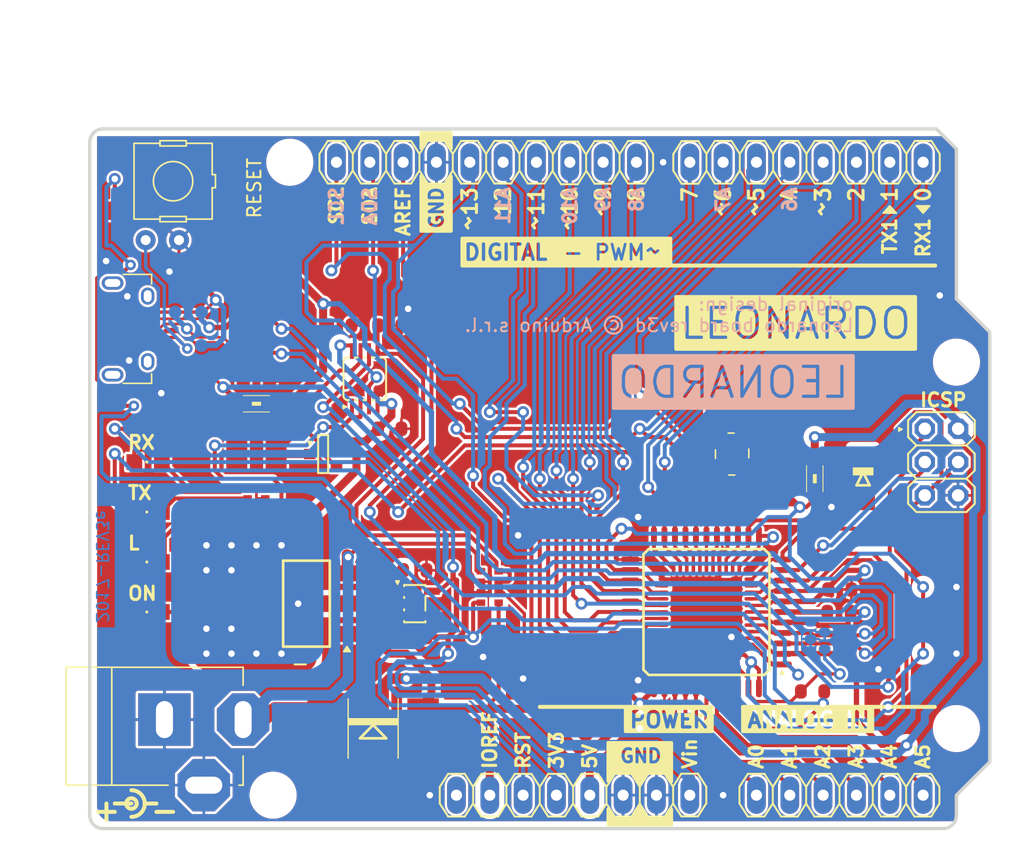
<source format=kicad_pcb>
(kicad_pcb (version 20240108) (generator "pcbnew") (generator_version "8.0")
  (title_block (title "Leonardo Board") (date "2024-12-17") (rev "3d") (company "Further adapted by Aanas Sayed") (comment 1 "Ported to KiCad by Ronan LE MEILLAT (https://github.com/eltorio/leonardo)") (comment 2 "Arduino © Leonardo (https://content.arduino.cc/assets/Leonardo-reference.zip)") (comment 3 "Adapted from"))
  (layers (0 "F.Cu" signal) (31 "B.Cu" signal) (34 "B.Paste" user) (35 "F.Paste" user) (36 "B.SilkS" user "B.Silkscreen") (37 "F.SilkS" user "F.Silkscreen") (38 "B.Mask" user) (39 "F.Mask" user) (44 "Edge.Cuts" user))
  (property "AUTHOR" "©Arduino s.r.l / Ronan LE MEILLAT")
  (net 0 "")
  (net 1 "+5V")
  (net 2 "3x2M_NM")
  (net 3 "/XTAL2")
  (net 4 "/XTAL1")
  (net 5 "/AGND")
  (net 6 "/AREF")
  (net 7 "/UCAP")
  (net 8 "UGND")
  (net 9 "/VIN")
  (net 10 "/+3V3")
  (net 11 "/CMP")
  (net 12 "/D+")
  (net 13 "/D-")
  (net 14 "/RESET")
  (net 15 "/XUSB")
  (net 16 "/LL")
  (net 17 "/IO13*")
  (net 18 "/GATE_CMD")
  (net 19 "/MISO")
  (net 20 "/SCK")
  (net 21 "/MOSI")
  (net 22 "/USBID")
  (net 23 "/D0{slash}RX")
  (net 24 "/D1{slash}TX")
  (net 25 "/D2{slash}SDA")
  (net 26 "/D3{slash}SCL")
  (net 27 "/D4")
  (net 28 "/D5*")
  (net 29 "/D6*")
  (net 30 "/D7")
  (net 32 "/A0")
  (net 33 "/A1")
  (net 34 "/A2")
  (net 35 "VUSB")
  (net 36 "/A3")
  (net 37 "/A4")
  (net 38 "/A5")
  (net 39 "/IO8")
  (net 40 "/IO9*")
  (net 41 "/IO10*")
  (net 42 "/IO11*")
  (net 43 "/IO12")
  (net 44 "Net-(RN2B-2)")
  (net 45 "5-GND")
  (net 46 "Net-(RN2A-2)")
  (net 47 "/HWB")
  (net 48 "Net-(RN2D-2)")
  (net 49 "/RD+")
  (net 50 "Net-(RN2C-2)")
  (net 52 "/RD-")
  (net 55 "/RXLED")
  (net 56 "/TXLED")
  (footprint "" (layer "F.Cu") (at 180.2511 96.1136)
    (property "Reference" "@HOLE0" (hide yes))
    (property "Value" "")
  )
  (footprint "Leonardo_Rev3e:SOT223" (layer "F.Cu") (at 130.7211 114.5286 90)
    (property "Reference" "IC1" (hide yes))
    (property "Value" "REG1117-5")
  )
  (footprint "Leonardo_Rev3e:FD-1-1.5" (layer "F.Cu") (at 173.9011 96.7486)
    (property "Reference" "FID2" (hide yes))
    (property "Value" "DNP" (hide yes))
  )
  (footprint "Leonardo_Rev3e:C0603-ROUND" (layer "F.Cu") (at 162.4711 99.9236)
    (property "Reference" "C4" (hide yes))
    (property "Value" "22p")
  )
  (footprint "Leonardo_Rev3e:C0603-ROUND" (layer "F.Cu") (at 171.36 113.4503 180)
    (property "Reference" "C9" (hide yes))
    (property "Value" "100n")
  )
  (footprint "Leonardo_Rev3e:SOT23-DBV" (layer "F.Cu") (at 138.9761 114.5286 -90)
    (property "Reference" "U3" (hide yes))
    (property "Value" "LP2985-33DBVR")
  )
  (footprint "Leonardo_Rev3e:MINIMELF" (layer "F.Cu") (at 173.1391 105.0036 -90)
    (property "Reference" "D2" (hide yes))
    (property "Value" "1N4148W-TP")
  )
  (footprint "Leonardo_Rev3e:FD-1-1.5" (layer "F.Cu") (at 117.57 126.92)
    (property "Reference" "FID3" (hide yes))
    (property "Value" "DNP" (hide yes))
  )
  (footprint "Leonardo_Rev3e:HEADER_2_2.54" (layer "F.Cu") (at 118.47 86.81)
    (property "Reference" "JP2" (hide yes))
    (property "Value" "OTG")
  )
  (footprint "Leonardo_Rev3e:CT_CN0603" (layer "F.Cu") (at 126.9111 91.0336)
    (property "Reference" "Z2" (hide yes))
    (property "Value" "CG0603MLC-05E")
  )
  (footprint "Leonardo_Rev3e:SOT-23" (layer "F.Cu") (at 131.9911 103.0986 -90)
    (property "Reference" "T1" (hide yes))
    (property "Value" "FDN340P")
  )
  (footprint "Leonardo_Rev3e:CHIPLED_0805" (layer "F.Cu") (at 118.6561 115.1636 90)
    (property "Reference" "ON0" (hide yes))
    (property "Value" "Green")
  )
  (footprint "Leonardo_Rev3e:TQFP44-PAD" (layer "F.Cu") (at 161.2011 115.1636 180)
    (property "Reference" "U2" (hide yes))
    (property "Value" "ATMEGA32U4-XUAU")
  )
  (footprint "Leonardo_Rev3e:1X06" (layer "F.Cu") (at 171.3611 129.1336)
    (property "Reference" "J4" (hide yes))
    (property "Value" "6x1F-H8.5")
  )
  (footprint "Leonardo_Rev3e:1X08" (layer "F.Cu") (at 151.0411 129.1336)
    (property "Reference" "J3" (hide yes))
    (property "Value" "8x1F-H8.5")
  )
  (footprint "Leonardo_Rev3e:CHIPLED_0805" (layer "F.Cu") (at 118.6561 103.7336 90)
    (property "Reference" "RX0" (hide yes))
    (property "Value" "Yellow")
  )
  (footprint "Leonardo_Rev3e:SMB" (layer "F.Cu") (at 135.8011 124.0536 -90)
    (property "Reference" "D1" (hide yes))
    (property "Value" "M7")
  )
  (footprint "Leonardo_Rev3e:0805" (layer "F.Cu") (at 169.4561 105.0036 -90)
    (property "Reference" "L1" (hide yes))
    (property "Value" "MH2029-300Y")
  )
  (footprint "Leonardo_Rev3e:CT_CN0603" (layer "F.Cu") (at 126.9111 97.3836)
    (property "Reference" "Z1" (hide yes))
    (property "Value" "CG0603MLC-05E")
  )
  (footprint "Leonardo_Rev3e:CAY16" (layer "F.Cu") (at 126.9111 94.2086 90)
    (property "Reference" "RN3" (hide yes))
    (property "Value" "22R")
  )
  (footprint "Leonardo_Rev3e:1X08" (layer "F.Cu") (at 168.8211 80.8736 180)
    (property "Reference" "J2" (hide yes))
    (property "Value" "8x1F-H8.5")
  )
  (footprint "Leonardo_Rev3e:C0603-ROUND" (layer "F.Cu") (at 153.4461 121.2486 180)
    (property "Reference" "C1" (hide yes))
    (property "Value" "100n")
  )
  (footprint "Leonardo_Rev3e:L1812" (layer "F.Cu") (at 126.9111 87.8586 180)
    (property "Reference" "F1" (hide yes))
    (property "Value" "MF-MSMF050-2 500mA")
  )
  (footprint "Leonardo_Rev3e:TP-1.00MM" (layer "F.Cu") (at 120.7111 92.3036)
    (property "Reference" "D+0" (hide yes))
    (property "Value" "DNP")
  )
  (footprint "" (layer "F.Cu") (at 128.1811 129.1336)
    (property "Reference" "@HOLE3" (hide yes))
    (property "Value" "")
  )
  (footprint "Leonardo_Rev3e:CHIPLED_0805" (layer "F.Cu") (at 118.6561 111.3536 90)
    (property "Reference" "L0" (hide yes))
    (property "Value" "Yellow")
  )
  (footprint "Leonardo_Rev3e:R0603-ROUND" (layer "F.Cu") (at 162.4711 106.2736)
    (property "Reference" "R1" (hide yes))
    (property "Value" "1M")
  )
  (footprint "Leonardo_Rev3e:10118194-0001LF" (layer "F.Cu") (at 116.029001 93.58 -90)
    (property "Reference" "J1" (hide yes))
    (property "Value" "USBMICRO")
  )
  (footprint "Leonardo_Rev3e:SMC_B" (layer "F.Cu") (at 131.9911 124.0536 -90)
    (property "Reference" "C10" (hide yes))
    (property "Value" "10u")
  )
  (footprint "Leonardo_Rev3e:SMC_B" (layer "F.Cu") (at 126.9111 103.0986 180)
    (property "Reference" "C8" (hide yes))
    (property "Value" "10u")
  )
  (footprint "Leonardo_Rev3e:1X10" (layer "F.Cu") (at 144.4371 80.8736 180)
    (property "Reference" "JP1" (hide yes))
    (property "Value" "10x1F-H8.5")
  )
  (footprint "Leonardo_Rev3e:FD-1-1.5" (layer "F.Cu") (at 120.5611 82.2706)
    (property "Reference" "FID1" (hide yes))
    (property "Value" "DNP" (hide yes))
  )
  (footprint "Leonardo_Rev3e:C0603-ROUND" (layer "F.Cu") (at 171.3 115.17)
    (property "Reference" "C7" (hide yes))
    (property "Value" "1uF")
  )
  (footprint "Leonardo_Rev3e:MSOP08" (layer "F.Cu") (at 135.1661 97.3836)
    (property "Reference" "IC2" (hide yes))
    (property "Value" "LMV358IDGKR")
  )
  (footprint "Leonardo_Rev3e:CAY16" (layer "F.Cu") (at 126.9111 106.9086 90)
    (property "Reference" "RN2" (hide yes))
    (property "Value" "1K")
  )
  (footprint "Leonardo_Rev3e:CAY16" (layer "F.Cu") (at 144.6911 113.2586 -90)
    (property "Reference" "RN1" (hide yes))
    (property "Value" "10K")
  )
  (footprint "Leonardo_Rev3e:C0603-ROUND" (layer "F.Cu") (at 138.9761 117.0686)
    (property "Reference" "C14" (hide yes))
    (property "Value" "1uF")
  )
  (footprint "Leonardo_Rev3e:TP-1.00MM" (layer "F.Cu") (at 120.72 96.11)
    (property "Reference" "GND0" (hide yes))
    (property "Value" "DNP")
  )
  (footprint "" (layer "F.Cu") (at 129.4511 80.8736)
    (property "Reference" "@HOLE2" (hide yes))
    (property "Value" "")
  )
  (footprint "Leonardo_Rev3e:2X03" (layer "F.Cu") (at 179.1081 103.7336 -90)
    (property "Reference" "ICSP0" (hide yes))
    (property "Value" "ICSP")
  )
  (footprint "Leonardo_Rev3e:CRYSTAL-3.2-2.5" (layer "F.Cu") (at 163.1061 103.0986 -90)
    (property "Reference" "Y1" (hide yes))
    (property "Value" "16MHz KX-7")
  )
  (footprint "Leonardo_Rev3e:TP-1.00MM" (layer "F.Cu") (at 122.7201 92.3036)
    (property "Reference" "D-0" (hide yes))
    (property "Value" "DNP")
  )
  (footprint "Leonardo_Rev3e:0805" (layer "F.Cu") (at 126.9111 99.2886)
    (property "Reference" "L2" (hide yes))
    (property "Value" "MH2029-300Y")
  )
  (footprint "Leonardo_Rev3e:SMC_B" (layer "F.Cu") (at 139.6111 124.0536 -90)
    (property "Reference" "C12" (hide yes))
    (property "Value" "10u")
  )
  (footprint "Leonardo_Rev3e:C0603-ROUND" (layer "F.Cu") (at 165.6461 105.0036 90)
    (property "Reference" "C3" (hide yes))
    (property "Value" "22p")
  )
  (footprint "Leonardo_Rev3e:C0603-ROUND" (layer "F.Cu") (at 169.2861 121.2236)
    (property "Reference" "C6" (hide yes))
    (property "Value" "100n")
  )
  (footprint "Leonardo_Rev3e:C0603-ROUND" (layer "F.Cu") (at 137.0711 101.1936)
    (property "Reference" "C13" (hide yes))
    (property "Value" "100n")
  )
  (footprint "Leonardo_Rev3e:C0603-ROUND" (layer "F.Cu") (at 167.5511 105.0036 90)
    (property "Reference" "C2" (hide yes))
    (property "Value" "100n")
  )
  (footprint "Leonardo_Rev3e:C0603-ROUND" (layer "F.Cu") (at 171.3611 105.0036 -90)
    (property "Reference" "C5" (hide yes))
    (property "Value" "1uF")
  )
  (footprint "Leonardo_Rev3e:QFN44ML7X7" (layer "F.Cu") (at 161.2011 115.1636 180)
    (property "Reference" "U1" (hide yes))
    (property "Value" "ATMEGA32U4-XUMU")
  )
  (footprint "Leonardo_Rev3e:TS07" (layer "F.Cu") (at 120.56 82.32 180)
    (property "Reference" "RESET0" (hide yes))
    (property "Value" "TS07-667-30-BK-160-SMT-TR")
  )
  (footprint "Leonardo_Rev3e:POWERSUPPLY_DC-21MM" (layer "F.Cu") (at 119.5451 123.2916 90)
    (property "Reference" "EXTPOWER0" (hide yes))
    (property "Value" "POWERSUPPLY_DC21MMX")
  )
  (footprint "" (layer "F.Cu") (at 180.2511 124.0536)
    (property "Reference" "@HOLE1" (hide yes))
    (property "Value" "")
  )
  (footprint "Leonardo_Rev3e:CHIPLED_0805" (layer "F.Cu") (at 118.6561 107.5436 90)
    (property "Reference" "TX0" (hide yes))
    (property "Value" "Yellow")
  )
  (footprint "Leonardo_Rev3e:TP-1.00MM" (layer "F.Cu") (at 122.7201 94.8436)
    (property "Reference" "VUSB0" (hide yes))
    (property "Value" "DNP")
  )
  (footprint "Leonardo_Rev3e:R0603-ROUND" (layer "F.Cu") (at 133.2611 93.3196 180)
    (property "Reference" "R4" (hide yes))
    (property "Value" "10K")
  )
  (footprint "Leonardo_Rev3e:C0603-ROUND" (layer "F.Cu") (at 138.9761 111.9886 180)
    (property "Reference" "C11" (hide yes))
    (property "Value" "1uF")
  )
  (footprint "Leonardo_Rev3e:C0603-ROUND" (layer "F.Cu") (at 137.0711 93.3196 180)
    (property "Reference" "C22" (hide yes))
    (property "Value" "100n")
  )
  (footprint "Leonardo_Rev3e:R0402" (layer "B.Cu") (at 169.14 116.58 90)
    (property "Reference" "R3" (hide yes))
    (property "Value" "NM")
  )
  (footprint "Leonardo_Rev3e:R0402" (layer "B.Cu") (at 170.21 117.348 90)
    (property "Reference" "R2" (hide yes))
    (property "Value" "NM")
  )
  (gr_line (start 115.4811 129.7686) (end 115.4811 131.0386) (stroke (width 0.3048)) (layer "F.SilkS"))
  (gr_poly (pts (xy 174.6711 84.75) (xy 175.1711 84.2) (xy 175.6711 84.75)) (stroke (width 0.127)) (fill solid) (layer "F.SilkS"))
  (gr_line (start 114.8461 130.4036) (end 116.1161 130.4036) (stroke (width 0.3048)) (layer "F.SilkS"))
  (gr_line (start 119.2911 130.4036) (end 120.5611 130.4036) (stroke (width 0.3048)) (layer "F.SilkS"))
  (gr_line (start 141.1985 128.6506) (end 141.1986 128.6505) (stroke (width 0.0508)) (layer "F.SilkS"))
  (gr_line (start 148.5 122.4) (end 161.6165 122.4) (stroke (width 0.3048)) (layer "F.SilkS"))
  (gr_line (start 118.4021 129.7686) (end 119.2911 129.7686) (stroke (width 0.3048)) (layer "F.SilkS"))
  (gr_arc (start 118.4021 129.7686) (mid 118.10452 130.48702) (end 117.3861 130.7846) (stroke (width 0.3048)) (layer "F.SilkS"))
  (gr_line (start 178.6 122.4) (end 163.9835 122.4) (stroke (width 0.3048)) (layer "F.SilkS"))
  (gr_line (start 116.1161 129.7686) (end 117.3861 129.7686) (stroke (width 0.3048)) (layer "F.SilkS"))
  (gr_line (start 178.633 88.75) (end 142.6 88.75) (stroke (width 0.3048)) (layer "F.SilkS"))
  (gr_arc (start 117.3861 128.7526) (mid 118.10452 129.05018) (end 118.4021 129.7686) (stroke (width 0.3048)) (layer "F.SilkS"))
  (gr_circle (center 117.3861 129.7686) (end 117.7877 129.7686) (stroke (width 0.3048)) (fill none) (layer "F.SilkS"))
  (gr_poly (pts (xy 178.2111 84.2) (xy 177.7111 84.75) (xy 177.2111 84.2)) (stroke (width 0.127)) (fill solid) (layer "F.SilkS"))
  (gr_line (start 180.2511 129.1336) (end 180.2511 130.6736) (stroke (width 0.254)) (layer "Edge.Cuts"))
  (gr_line (start 180.2511 91.2876) (end 182.7911 93.8276) (stroke (width 0.254)) (layer "Edge.Cuts"))
  (gr_line (start 114.2111 130.6736) (end 114.2111 79.3336) (stroke (width 0.254)) (layer "Edge.Cuts"))
  (gr_line (start 178.7271 78.3336) (end 180.2511 79.8576) (stroke (width 0.254)) (layer "Edge.Cuts"))
  (gr_line (start 182.7911 93.8276) (end 182.7911 126.5936) (stroke (width 0.254)) (layer "Edge.Cuts"))
  (gr_arc (start 115.2111 131.6736) (mid 114.503993 131.380707) (end 114.2111 130.6736) (stroke (width 0.254)) (layer "Edge.Cuts"))
  (gr_line (start 180.2511 79.8576) (end 180.2511 91.2876) (stroke (width 0.254)) (layer "Edge.Cuts"))
  (gr_line (start 115.2111 78.3336) (end 178.7271 78.3336) (stroke (width 0.254)) (layer "Edge.Cuts"))
  (gr_line (start 179.2511 131.6736) (end 115.2111 131.6736) (stroke (width 0.254)) (layer "Edge.Cuts"))
  (gr_arc (start 114.2111 79.3336) (mid 114.503993 78.626493) (end 115.2111 78.3336) (stroke (width 0.254)) (layer "Edge.Cuts"))
  (gr_arc (start 180.2511 130.6736) (mid 179.958207 131.380707) (end 179.2511 131.6736) (stroke (width 0.254)) (layer "Edge.Cuts"))
  (gr_line (start 182.7911 126.5936) (end 180.2511 129.1336) (stroke (width 0.254)) (layer "Edge.Cuts"))
  (gr_text "2017-REV3e" (at 115.6701 107.3114 270) (layer "B.Cu") (effects (font (size 0.89408 0.89408) (thickness 0.12192)) (justify right top mirror)))
  (gr_text "LEONARDO" (at 172.236467 97.67636 -0) (layer "B.SilkS" knockout) (effects (font (size 2.286 2.286) (thickness 0.254) (bold yes)) (justify left mirror)))
  (gr_text "SCL" (at 133.0071 82.6516 90) (layer "B.SilkS") (effects (font (size 1.016 1.016) (thickness 0.2286) (bold yes)) (justify left mirror)))
  (gr_text "A9" (at 153.3271 82.6516 90) (layer "B.SilkS") (effects (font (size 1.016 1.016) (thickness 0.2286) (bold yes)) (justify left mirror)))
  (gr_text "A11" (at 145.7071 82.6516 90) (layer "B.SilkS") (effects (font (size 1.016 1.016) (thickness 0.2286) (bold yes)) (justify left mirror)))
  (gr_text "A8" (at 155.8671 82.6516 90) (layer "B.SilkS") (effects (font (size 1.016 1.016) (thickness 0.2286) (bold yes)) (justify left mirror)))
  (gr_text "A6" (at 167.5511 82.6516 90) (layer "B.SilkS") (effects (font (size 1.016 1.016) (thickness 0.2286) (bold yes)) (justify left mirror)))
  (gr_text "SDA" (at 135.5471 82.6516 90) (layer "B.SilkS") (effects (font (size 1.016 1.016) (thickness 0.2286) (bold yes)) (justify left mirror)))
  (gr_text "original design:\nLeonardo board rev3d © Arduino s.r.l." (at 172.5 92.5 0) (layer "B.SilkS") (effects (font (size 1 1)) (justify left mirror)))
  (gr_text "A7" (at 162.4711 82.6516 90) (layer "B.SilkS") (effects (font (size 1.016 1.016) (thickness 0.2286) (bold yes)) (justify left mirror)))
  (gr_text "A10" (at 150.7871 82.6516 90) (layer "B.SilkS") (effects (font (size 1.016 1.016) (thickness 0.2286) (bold yes)) (justify left mirror)))
  (gr_text "〜9" (at 153.3271 82.6516 90) (layer "F.SilkS") (effects (font (size 1.1176 1.1176) (thickness 0.2286) (bold yes)) (justify right)))
  (gr_text "〜5" (at 165.0111 82.6516 90) (layer "F.SilkS") (effects (font (size 1.1176 1.1176) (thickness 0.2286) (bold yes)) (justify right)))
  (gr_text "3V3" (at 149.7711 127.25 90) (layer "F.SilkS") (effects (font (size 1.016 1.016) (thickness 0.2286) (bold yes)) (justify left)))
  (gr_text "Vin" (at 159.9311 127.25 90) (layer "F.SilkS") (effects (font (size 1.016 1.016) (thickness 0.2286) (bold yes)) (justify left)))
  (gr_text "RX1" (at 177.7111 85 90) (layer "F.SilkS") (effects (font (size 1.016 1.016) (thickness 0.2286) (bold yes)) (justify right)))
  (gr_text "ANALOG IN" (at 164.2 123.4 0) (layer "F.SilkS" knockout) (effects (font (size 1.1684 1.1684) (thickness 0.254) (bold yes)) (justify left)))
  (gr_text "GND" (at 156.2 126.140147 0) (layer "F.SilkS" knockout) (effects (font (size 1.016 1.016) (thickness 0.2286) (bold yes))))
  (gr_text "A0" (at 165 127.25 90) (layer "F.SilkS") (effects (font (size 1.016 1.016) (thickness 0.2286) (bold yes)) (justify left)))
  (gr_text "SDA" (at 135.5471 82.6516 90) (layer "F.SilkS") (effects (font (size 1.016 1.016) (thickness 0.2286) (bold yes)) (justify right)))
  (gr_text "A4" (at 175.14856 127.25 90) (layer "F.SilkS") (effects (font (size 1.016 1.016) (thickness 0.2286) (bold yes)) (justify left)))
  (gr_text "2" (at 172.6311 82.6516 90) (layer "F.SilkS") (effects (font (size 1.1176 1.1176) (thickness 0.2286) (bold yes)) (justify right)))
  (gr_text "- PWM〜" (at 150.2 87.75 0) (layer "F.SilkS" knockout) (effects (font (size 1.1684 1.1684) (thickness 0.2032)) (justify left)))
  (gr_text "A5" (at 177.6857 127.25 90) (layer "F.SilkS") (effects (font (size 1.016 1.016) (thickness 0.2286) (bold yes)) (justify left)))
  (gr_text "ON" (at 117 113.75 0) (layer "F.SilkS") (effects (font (size 1.016 1.016) (thickness 0.2286) (bold yes)) (justify left)))
  (gr_text "AREF" (at 138.0871 82.6516 90) (layer "F.SilkS") (effects (font (size 1.016 1.016) (thickness 0.2286) (bold yes)) (justify right)))
  (gr_text "4" (at 167.5511 82.6516 90) (layer "F.SilkS") (effects (font (size 1.1176 1.1176) (thickness 0.2286) (bold yes)) (justify right)))
  (gr_text "IOREF" (at 144.6911 127.25 90) (layer "F.SilkS") (effects (font (size 1.016 1.016) (thickness 0.2286) (bold yes)) (justify left)))
  (gr_text "A3" (at 172.61142 127.25 90) (layer "F.SilkS") (effects (font (size 1.016 1.016) (thickness 0.2286) (bold yes)) (justify left)))
  (gr_text "RESET" (at 126.75 85.25 90) (layer "F.SilkS") (effects (font (size 1.016 1.016) (thickness 0.1524)) (justify left)))
  (gr_text "ICSP" (at 179.25 99 0) (layer "F.SilkS") (effects (font (size 1.016 1.016) (thickness 0.2286) (bold yes))))
  (gr_text "〜13" (at 143.1671 82.6516 90) (layer "F.SilkS") (effects (font (size 1.1176 1.1176) (thickness 0.2286) (bold yes)) (justify right)))
  (gr_text "1" (at 175.1711 82.6516 90) (layer "F.SilkS") (effects (font (size 1.1176 1.1176) (thickness 0.2286) (bold yes)) (justify right)))
  (gr_text "〜6" (at 162.4711 82.6516 90) (layer "F.SilkS") (effects (font (size 1.1176 1.1176) (thickness 0.2286) (bold yes)) (justify right)))
  (gr_text "SCL" (at 133.0071 82.6516 90) (layer "F.SilkS") (effects (font (size 1.016 1.016) (thickness 0.2286) (bold yes)) (justify right)))
  (gr_text "〜3" (at 170.0911 82.6516 90) (layer "F.SilkS") (effects (font (size 1.1176 1.1176) (thickness 0.2286) (bold yes)) (justify right)))
  (gr_text "〜11" (at 148.2471 82.6516 90) (layer "F.SilkS") (effects (font (size 1.1176 1.1176) (thickness 0.2286) (bold yes)) (justify right)))
  (gr_text "POWER" (at 161.5 123.4 0) (layer "F.SilkS" knockout) (effects (font (size 1.1684 1.1684) (thickness 0.254) (bold yes)) (justify right)))
  (gr_text "DIGITAL" (at 142.6 87.75 0) (layer "F.SilkS" knockout) (effects (font (size 1.1684 1.1684) (thickness 0.254) (bold yes)) (justify left)))
  (gr_text "〜10" (at 150.7871 82.6516 90) (layer "F.SilkS") (effects (font (size 1.1176 1.1176) (thickness 0.2286) (bold yes)) (justify right)))
  (gr_text "L" (at 117 109.916666 0) (layer "F.SilkS") (effects (font (size 1.016 1.016) (thickness 0.2286) (bold yes)) (justify left)))
  (gr_text "A2" (at 170.07428 127.25 90) (layer "F.SilkS") (effects (font (size 1.016 1.016) (thickness 0.2286) (bold yes)) (justify left)))
  (gr_text "LEONARDO" (at 159.013533 93.17636 0) (layer "F.SilkS" knockout) (effects (font (size 2.286 2.286) (thickness 0.254) (bold yes)) (justify left)))
  (gr_text "TX1" (at 175.1711 85 90) (layer "F.SilkS") (effects (font (size 1.016 1.016) (thickness 0.2286) (bold yes)) (justify right)))
  (gr_text "RST" (at 147.2311 127.25 90) (layer "F.SilkS") (effects (font (size 1.016 1.016) (thickness 0.2286) (bold yes)) (justify left)))
  (gr_text "A1" (at 167.53714 127.25 90) (layer "F.SilkS") (effects (font (size 1.016 1.016) (thickness 0.2286) (bold yes)) (justify left)))
  (gr_text "12" (at 145.7071 82.6516 90) (layer "F.SilkS") (effects (font (size 1.1176 1.1176) (thickness 0.2286) (bold yes)) (justify right)))
  (gr_text "5V" (at 152.3111 127.25 90) (layer "F.SilkS") (effects (font (size 1.016 1.016) (thickness 0.2286) (bold yes)) (justify left)))
  (gr_text "GND" (at 140.6271 82.6516 90) (layer "F.SilkS" knockout) (effects (font (size 1.016 1.016) (thickness 0.2286) (bold yes)) (justify right)))
  (gr_text "8" (at 155.8671 82.6516 90) (layer "F.SilkS") (effects (font (size 1.1176 1.1176) (thickness 0.2286) (bold yes)) (justify right)))
  (gr_text "-" (at 129.4511 119.7356 0) (layer "F.SilkS") (effects (font (size 1.1176 1.1176) (thickness 0.1524)) (justify left bottom)))
  (gr_text "7" (at 159.9311 82.6516 90) (layer "F.SilkS") (effects (font (size 1.1176 1.1176) (thickness 0.2286) (bold yes)) (justify right)))
  (gr_text "RX" (at 117 102.25 0) (layer "F.SilkS") (effects (font (size 1.016 1.016) (thickness 0.2286) (bold yes)) (justify left)))
  (gr_text "0" (at 177.7111 82.6516 90) (layer "F.SilkS") (effects (font (size 1.1176 1.1176) (thickness 0.2286) (bold yes)) (justify right)))
  (gr_text "TX" (at 117 106.083333 0) (layer "F.SilkS") (effects (font (size 1.016 1.016) (thickness 0.2286) (bold yes)) (justify left)))
  (segment (start 153.5811 109.9566) (end 154.7241 108.8136) (width 0.3048) (layer "F.Cu") (net 1))
  (segment (start 134.5311 102.4128) (end 134.2771 102.1588) (width 0.6096) (layer "F.Cu") (net 1))
  (segment (start 136.4361 113.5786) (end 137.6761 113.5786) (width 0.4064) (layer "F.Cu") (net 1))
  (segment (start 138.3411 118.3386) (end 137.0711 118.3386) (width 0.6096) (layer "F.Cu") (net 1))
  (segment (start 137.6761 113.5786) (end 137.6761 112.0036) (width 0.4064) (layer "F.Cu") (net 1))
  (segment (start 134.1901 94.8436) (end 134.1901 95.2716) (width 0.3048) (layer "F.Cu") (net 1))
  (segment (start 134.1399 114.2086) (end 133.8199 114.5286) (width 0.6096) (layer "F.Cu") (net 1))
  (segment (start 165.1569 117.1636) (end 164.4761 117.1636) (width 0.254) (layer "F.Cu") (net 1))
  (segment (start 168.8211 107.1626) (end 169.4561 106.5276) (width 0.3048) (layer "F.Cu") (net 1))
  (segment (start 169.4561 103.9036) (end 170.1831 103.1766) (width 0.4064) (layer "F.Cu") (net 1))
  (segment (start 127.5861 108.1086) (end 127.5161 108.1786) (width 0.3048) (layer "F.Cu") (net 1))
  (segment (start 134.2771 102.1588) (end 133.0071 102.1588) (width 0.6096) (layer "F.Cu") (net 1))
  (segment (start 136.4361 115.5446) (end 137.6761 115.4786) (width 0.4064) (layer "F.Cu") (net 1))
  (segment (start 166.9761 118.3386) (end 167.0011 118.3636) (width 0.3048) (layer "F.Cu") (net 1))
  (segment (start 135.2169 102.1588) (end 136.1821 101.1936) (width 0.6096) (layer "F.Cu") (net 1))
  (segment (start 137.0711 118.3386) (end 136.4361 117.7036) (width 0.6096) (layer "F.Cu") (net 1))
  (segment (start 136.1821 101.1936) (end 137.1981 100.1776) (width 0.6096) (layer "F.Cu") (net 1))
  (segment (start 128.8161 110.0836) (end 127.5861 108.8536) (width 0.3048) (layer "F.Cu") (net 1))
  (segment (start 130.0861 114.5286) (end 133.8199 114.5286) (width 1.27) (layer "F.Cu") (net 1))
  (segment (start 166.9761 118.3386) (end 166.3319 118.3386) (width 0.254) (layer "F.Cu") (net 1))
  (segment (start 168.0591 106.9086) (end 168.3131 107.1626) (width 0.4064) (layer "F.Cu") (net 1))
  (segment (start 127.5161 108.1786) (end 126.9111 108.1786) (width 0.2032) (layer "F.Cu") (net 1))
  (segment (start 176.4411 125.3236) (end 174.5361 125.3236) (width 0.4064) (layer "F.Cu") (net 1))
  (segment (start 144.6911 122.5536) (end 144.6911 122.1486) (width 0.3048) (layer "F.Cu") (net 1))
  (segment (start 163.6011 108.3186) (end 165.0111 106.9086) (width 0.4064) (layer "F.Cu") (net 1))
  (segment (start 126.9111 108.1786) (end 126.9111 106.5086) (width 0.2032) (layer "F.Cu") (net 1))
  (segment (start 155.4011 111.9636) (end 155.4261 111.9886) (width 0.254) (layer "F.Cu") (net 1))
  (segment (start 144.6911 122.5536) (end 144.6911 129.1336) (width 0.6096) (layer "F.Cu") (net 1))
  (segment (start 166.3319 118.3386) (end 165.1569 117.1636) (width 0.254) (layer "F.Cu") (net 1))
  (segment (start 158.7011 118.7812) (end 158.7011 118.4386) (width 0.254) (layer "F.Cu") (net 1))
  (segment (start 155.2211 121.2486) (end 156.1211 122.1486) (width 0.4064) (layer "F.Cu") (net 1))
  (segment (start 136.4361 114.2086) (end 136.4361 113.5786) (width 0.4064) (layer "F.Cu") (net 1))
  (segment (start 126.9111 106.5086) (end 127.5861 106.5086) (width 0.2032) (layer "F.Cu") (net 1))
  (segment (start 163.6011 109.3636) (end 163.6011 110.2236) (width 0.254) (layer "F.Cu") (net 1))
  (segment (start 157.2011 120.2812) (end 158.7011 118.7812) (width 0.254) (layer "F.Cu") (net 1))
  (segment (start 164.6047 118.9736) (end 164.1205 118.4386) (width 0.3048) (layer "F.Cu") (net 1))
  (segment (start 169.4561 103.9036) (end 167.7061 105.6536) (width 0.4064) (layer "F.Cu") (net 1))
  (segment (start 136.4361 114.2086) (end 134.1399 114.2086) (width 0.6096) (layer "F.Cu") (net 1))
  (segment (start 154.1911 111.9636) (end 155.4011 111.9636) (width 0.3048) (layer "F.Cu") (net 1))
  (segment (start 172.6311 123.4186) (end 172.6311 119.6086) (width 0.4064) (layer "F.Cu") (net 1))
  (segment (start 174.5361 125.3236) (end 172.6311 123.4186) (width 0.4064) (layer "F.Cu") (net 1))
  (segment (start 145.3661 121.4736) (end 145.3661 114.4586) (width 0.3048) (layer "F.Cu") (net 1))
  (segment (start 165.2011 119.57) (end 165.2011 120.9636) (width 0.3048) (layer "F.Cu") (net 1))
  (segment (start 140.2461 121.5136) (end 140.2461 120.2436) (width 0.6096) (layer "F.Cu") (net 1))
  (segment (start 155.4261 111.9886) (end 156.2227 111.9886) (width 0.254) (layer "F.Cu") (net 1))
  (segment (start 128.8161 110.0836) (end 134.5311 104.3686) (width 0.6096) (layer "F.Cu") (net 1))
  (segment (start 126.9111 105.7086) (end 127.5861 105.7086) (width 0.2032) (layer "F.Cu") (net 1))
  (segment (start 154.1911 111.9636) (end 153.5811 111.3536) (width 0.3048) (layer "F.Cu") (net 1))
  (segment (start 169.4561 106.1036) (end 169.9061 105.6536) (width 0.3048) (layer "F.Cu") (net 1))
  (segment (start 137.1981 100.1776) (end 137.1981 99.2886) (width 0.6096) (layer "F.Cu") (net 1))
  (segment (start 152.3111 125.9586) (end 156.1211 122.1486) (width 0.6096) (layer "F.Cu") (net 1))
  (segment (start 144.6911 122.1486) (end 145.3661 121.4736) (width 0.3048) (layer "F.Cu") (net 1))
  (segment (start 148.2711 122.5536) (end 152.3111 126.5936) (width 0.6096) (layer "F.Cu") (net 1))
  (segment (start 167.7061 105.6536) (end 167.5511 105.8926) (width 0.4064) (layer "F.Cu") (net 1))
  (segment (start 168.3131 107.1626) (end 168.8211 107.1626) (width 0.3048) (layer "F.Cu") (net 1))
  (segment (start 130.0861 114.5286) (end 127.6221 114.5286) (width 0.2032) (layer "F.Cu") (net 1))
  (segment (start 133.3011 94.8436) (end 134.1901 94.8436) (width 0.3048) (layer "F.Cu") (net 1))
  (segment (start 139.2061 122.5536) (end 139.6111 122.5536) (width 0.4064) (layer "F.Cu") (net 1))
  (segment (start 165.0111 106.9086) (end 168.0591 106.9086) (width 0.4064) (layer "F.Cu") (net 1))
  (segment (start 139.6111 122.5536) (end 144.6911 122.5536) (width 0.6096) (layer "F.Cu") (net 1))
  (segment (start 156.2227 111.9886) (end 157.3911 113.157) (width 0.254) (layer "F.Cu") (net 1))
  (segment (start 169.4561 101.8286) (end 169.4561 103.9036) (width 0.6096) (layer "F.Cu") (net 1))
  (segment (start 157.7803 113.157) (end 157.9261 113.1636) (width 0.254) (layer "F.Cu") (net 1))
  (segment (start 167.5511 105.8926) (end 167.5511 106.4006) (width 0.4064) (layer "F.Cu") (net 1))
  (segment (start 164.6047 118.9736) (end 165.2011 119.57) (width 0.3048) (layer "F.Cu") (net 1))
  (segment (start 126.9111 106.5086) (end 126.9111 105.7086) (width 0.2032) (layer "F.Cu") (net 1))
  (segment (start 136.4361 115.5446) (end 136.4361 114.2086) (width 0.6096) (layer "F.Cu") (net 1))
  (segment (start 170.1831 103.1766) (end 172.9631 103.1766) (width 0.4064) (layer "F.Cu") (net 1))
  (segment (start 134.2771 102.1588) (end 135.2169 102.1588) (width 0.6096) (layer "F.Cu") (net 1))
  (segment (start 144.6911 122.5536) (end 148.2711 122.5536) (width 0.6096) (layer "F.Cu") (net 1))
  (segment (start 157.3911 113.157) (end 157.7803 113.157) (width 0.254) (layer "F.Cu") (net 1))
  (segment (start 169.4561 106.5276) (end 169.4561 106.1036) (width 0.3048) (layer "F.Cu") (net 1))
  (segment (start 137.6761 112.0036) (end 138.0871 111.9886) (width 0.4064) (layer "F.Cu") (net 1))
  (segment (start 157.2011 120.9636) (end 157.2011 120.2812) (width 0.254) (layer "F.Cu") (net 1))
  (segment (start 140.2461 120.2436) (end 138.3411 118.3386) (width 0.6096) (layer "F.Cu") (net 1))
  (segment (start 139.2061 122.5536) (end 140.2461 121.5136) (width 0.6096) (layer "F.Cu") (net 1))
  (segment (start 127.5861 108.8536) (end 127.5861 108.1086) (width 0.3048) (layer "F.Cu") (net 1))
  (segment (start 172.9631 103.1766) (end 173.0121 103.2256) (width 0.4064) (layer "F.Cu") (net 1))
  (segment (start 162.7011 111.1236) (end 162.7011 111.8886) (width 0.254) (layer "F.Cu") (net 1))
  (segment (start 154.3351 121.2486) (end 155.2211 121.2486) (width 0.4064) (layer "F.Cu") (net 1))
  (segment (start 173.0121 103.2256) (end 173.1391 103.3036) (width 0.4064) (layer "F.Cu") (net 1))
  (segment (start 136.4361 117.7036) (end 136.4361 115.5446) (width 0.6096) (layer "F.Cu") (net 1))
  (segment (start 172.6311 119.6086) (end 171.3611 118.3386) (width 0.4064) (layer "F.Cu") (net 1))
  (segment (start 134.5311 104.3686) (end 134.5311 102.4128) (width 0.6096) (layer "F.Cu") (net 1))
  (segment (start 152.3111 126.5936) (end 152.3111 129.1336) (width 0.6096) (layer "F.Cu") (net 1))
  (segment (start 152.3111 126.5936) (end 152.3111 125.9586) (width 0.6096) (layer "F.Cu") (net 1))
  (segment (start 164.1205 118.4386) (end 163.7011 118.4386) (width 0.3048) (layer "F.Cu") (net 1))
  (segment (start 157.2011 121.0686) (end 157.2011 120.9636) (width 0.4064) (layer "F.Cu") (net 1))
  (segment (start 171.3611 118.3386) (end 166.9761 118.3386) (width 0.4064) (layer "F.Cu") (net 1))
  (segment (start 156.1211 122.1486) (end 157.2011 121.0686) (width 0.4064) (layer "F.Cu") (net 1))
  (segment (start 153.5811 111.3536) (end 153.5811 109.9566) (width 0.3048) (layer "F.Cu") (net 1))
  (segment (start 169.9061 105.6536) (end 171.3611 104.1146) (width 0.3048) (layer "F.Cu") (net 1))
  (segment (start 163.6011 109.3636) (end 163.6011 108.3186) (width 0.4064) (layer "F.Cu") (net 1))
  (segment (start 163.6011 110.2236) (end 162.7011 111.1236) (width 0.254) (layer "F.Cu") (net 1))
  (segment (start 177.7111 113.2586) (end 177.7111 118.3386) (width 0.3048) (layer "F.Cu") (net 1))
  (segment (start 167.5511 106.4006) (end 168.3131 107.1626) (width 0.4064) (layer "F.Cu") (net 1))
  (via (at 177.7111 113.2586) (size 0.9) (drill 0.5) (layers "F.Cu" "B.Cu") (net 1))
  (via (at 128.8161 118.3386) (size 0.9) (drill 0.5) (layers "F.Cu" "B.Cu") (net 1))
  (via (at 123.1011 118.3386) (size 0.9) (drill 0.5) (layers "F.Cu" "B.Cu") (net 1))
  (via (at 169.4561 101.8286) (size 0.9) (drill 0.5) (layers "F.Cu" "B.Cu") (net 1))
  (via (at 137.1981 99.2886) (size 0.9) (drill 0.5) (layers "F.Cu" "B.Cu") (net 1))
  (via (at 123.1011 111.9836) (size 0.9) (drill 0.5) (layers "F.Cu" "B.Cu") (net 1))
  (via (at 125.0061 118.3386) (size 0.9) (drill 0.5) (layers "F.Cu" "B.Cu") (net 1))
  (via (at 125.0061 111.9836) (size 0.9) (drill 0.5) (layers "F.Cu" "B.Cu") (net 1))
  (via (at 128.8161 110.0836) (size 0.9) (drill 0.5) (layers "F.Cu" "B.Cu") (net 1))
  (via (at 168.3131 107.1626) (size 0.9) (drill 0.5) (layers "F.Cu" "B.Cu") (net 1))
  (via (at 123.1011 116.4386) (size 0.9) (drill 0.5) (layers "F.Cu" "B.Cu") (net 1))
  (via (at 154.7241 108.8136) (size 0.9) (drill 0.5) (layers "F.Cu" "B.Cu") (net 1))
  (via (at 125.0011 116.4386) (size 0.9) (drill 0.5) (layers "F.Cu" "B.Cu") (net 1))
  (via (at 156.1211 122.1486) (size 0.9) (drill 0.5) (layers "F.Cu" "B.Cu") (net 1))
  (via (at 130.0861 114.5286) (size 0.9) (drill 0.5) (layers "F.Cu" "B.Cu") (net 1))
  (via (at 126.9111 110.0836) (size 0.9) (drill 0.5) (layers "F.Cu" "B.Cu") (net 1))
  (via (at 176.4411 125.3236) (size 0.9) (drill 0.5) (layers "F.Cu" "B.Cu") (net 1))
  (via (at 126.9111 118.3386) (size 0.9) (drill 0.5) (layers "F.Cu" "B.Cu") (net 1))
  (via (at 177.7111 118.3386) (size 0.9) (drill 0.5) (layers "F.Cu" "B.Cu") (net 1))
  (via (at 164.6047 118.9736) (size 0.9) (drill 0.5) (layers "F.Cu" "B.Cu") (net 1))
  (via (at 123.1011 110.0836) (size 0.9) (drill 0.5) (layers "F.Cu" "B.Cu") (net 1))
  (via (at 133.3011 94.8436) (size 0.9) (drill 0.5) (layers "F.Cu" "B.Cu") (net 1))
  (via (at 125.0061 110.0836) (size 0.9) (drill 0.5) (layers "F.Cu" "B.Cu") (net 1))
  (segment (start 128.8161 115.7986) (end 130.0861 114.5286) (width 0.2032) (layer "B.Cu") (net 1))
  (segment (start 126.9111 118.3386) (end 128.8161 118.3386) (width 0.2032) (layer "B.Cu") (net 1))
  (segment (start 155.8671 109.1946) (end 164.6301 109.1946) (width 0.3048) (layer "B.Cu") (net 1))
  (segment (start 181.5211 118.7196) (end 181.5211 107.5436) (width 0.6096) (layer "B.Cu") (net 1))
  (segment (start 156.1211 122.1486) (end 160.5661 122.1486) (width 0.6096) (layer "B.Cu") (net 1))
  (segment (start 177.7111 118.3386) (end 176.1871 119.8626) (width 0.3048) (layer "B.Cu") (net 1))
  (segment (start 181.5211 107.5436) (end 181.7751 107.2896) (width 0.6096) (layer "B.Cu") (net 1))
  (segment (start 126.9111 110.0836) (end 125.0061 110.0836) (width 0.3048) (layer "B.Cu") (net 1))
  (segment (start 181.7751 102.7176) (end 180.3781 101.1936) (width 0.6096) (layer "B.Cu") (net 1))
  (segment (start 176.4411 125.3236) (end 177.8381 123.5456) (width 0.6096) (layer "B.Cu") (net 1))
  (segment (start 133.2611 95.1376) (end 133.3011 94.8436) (width 0.4064) (layer "B.Cu") (net 1))
  (segment (start 137.1981 99.2886) (end 136.4361 99.2886) (width 0.4064) (layer "B.Cu") (net 1))
  (segment (start 173.9011 101.8286) (end 169.4561 101.8286) (width 0.6096) (layer "B.Cu") (net 1))
  (segment (start 178.9811 99.2886) (end 176.4411 99.2886) (width 0.6096) (layer "B.Cu") (net 1))
  (segment (start 164.3761 125.9586) (end 175.8061 125.9586) (width 0.6096) (layer "B.Cu") (net 1))
  (segment (start 125.0011 118.3336) (end 125.0061 118.3386) (width 0.2032) (layer "B.Cu") (net 1))
  (segment (start 123.1011 116.4386) (end 125.0011 116.4386) (width 0.2032) (layer "B.Cu") (net 1))
  (segment (start 170.9801 112.6236) (end 172.8851 110.7186) (width 0.3048) (layer "B.Cu") (net 1))
  (segment (start 128.8161 118.3386) (end 128.8161 115.7986) (width 0.2032) (layer "B.Cu") (net 1))
  (segment (start 125.0011 116.4386) (end 125.0011 118.3336) (width 0.2032) (layer "B.Cu") (net 1))
  (segment (start 167.5511 107.9246) (end 167.5511 110.9726) (width 0.3048) (layer "B.Cu") (net 1))
  (segment (start 175.1711 110.7186) (end 177.7111 113.2586) (width 0.3048) (layer "B.Cu") (net 1))
  (segment (start 160.5661 122.1486) (end 164.3761 125.9586) (width 0.6096) (layer "B.Cu") (net 1))
  (segment (start 123.1011 111.9836) (end 125.0061 111.9836) (width 0.2032) (layer "B.Cu") (net 1))
  (segment (start 155.4861 108.8136) (end 155.8671 109.1946) (width 0.3048) (layer "B.Cu") (net 1))
  (segment (start 165.9001 107.9246) (end 167.5511 107.9246) (width 0.3048) (layer "B.Cu") (net 1))
  (segment (start 125.0061 111.9836) (end 125.0061 116.4336) (width 0.2032) (layer "B.Cu") (net 1))
  (segment (start 166.9161 124.0536) (end 164.3761 121.5136) (width 0.3048) (layer "B.Cu") (net 1))
  (segment (start 123.1011 110.0836) (end 123.1011 111.9836) (width 0.2032) (layer "B.Cu") (net 1))
  (segment (start 133.2611 96.1136) (end 133.2611 95.1376) (width 0.4064) (layer "B.Cu") (net 1))
  (segment (start 175.8061 125.9586) (end 176.4411 125.3236) (width 0.6096) (layer "B.Cu") (net 1))
  (segment (start 181.7751 107.2896) (end 181.7751 102.7176) (width 0.6096) (layer "B.Cu") (net 1))
  (segment (start 172.8851 110.7186) (end 175.1711 110.7186) (width 0.3048) (layer "B.Cu") (net 1))
  (segment (start 164.3761 121.5136) (end 164.3761 119.6086) (width 0.3048) (layer "B.Cu") (net 1))
  (segment (start 176.1871 119.8626) (end 176.1871 122.6566) (width 0.3048) (layer "B.Cu") (net 1))
  (segment (start 177.8381 123.5456) (end 177.8381 122.9106) (width 0.6096) (layer "B.Cu") (net 1))
  (segment (start 180.3781 101.1936) (end 180.2511 100.5586) (width 0.6096) (layer "B.Cu") (net 1))
  (segment (start 136.4361 99.2886) (end 133.2611 96.1136) (width 0.4064) (layer "B.Cu") (net 1))
  (segment (start 177.8381 122.9106) (end 181.5211 118.7196) (width 0.6096) (layer "B.Cu") (net 1))
  (segment (start 123.1011 116.4386) (end 123.1011 118.3386) (width 0.2032) (layer "B.Cu") (net 1))
  (segment (start 154.7241 108.8136) (end 155.4861 108.8136) (width 0.3048) (layer "B.Cu") (net 1))
  (segment (start 176.4411 99.2886) (end 173.9011 101.8286) (width 0.6096) (layer "B.Cu") (net 1))
  (segment (start 174.7901 124.0536) (end 166.9161 124.0536) (width 0.3048) (layer "B.Cu") (net 1))
  (segment (start 128.8161 110.0836) (end 126.9111 110.0836) (width 0.3048) (layer "B.Cu") (net 1))
  (segment (start 164.6301 109.1946) (end 165.9001 107.9246) (width 0.3048) (layer "B.Cu") (net 1))
  (segment (start 169.2021 112.6236) (end 170.9801 112.6236) (width 0.3048) (layer "B.Cu") (net 1))
  (segment (start 164.3761 119.6086) (end 164.6047 118.9736) (width 0.3048) (layer "B.Cu") (net 1))
  (segment (start 125.0061 118.3386) (end 126.9111 118.3386) (width 0.2032) (layer "B.Cu") (net 1))
  (segment (start 125.0061 116.4336) (end 125.0011 116.4386) (width 0.2032) (layer "B.Cu") (net 1))
  (segment (start 125.0061 110.0836) (end 125.0061 111.9836) (width 0.3048) (layer "B.Cu") (net 1))
  (segment (start 167.5511 110.9726) (end 169.2021 112.6236) (width 0.3048) (layer "B.Cu") (net 1))
  (segment (start 176.1871 122.6566) (end 174.7901 124.0536) (width 0.3048) (layer "B.Cu") (net 1))
  (segment (start 180.2511 100.5586) (end 178.9811 99.2886) (width 0.6096) (layer "B.Cu") (net 1))
  (segment (start 168.3131 107.1626) (end 167.5511 107.9246) (width 0.3048) (layer "B.Cu") (net 1))
  (segment (start 121.01 86.81) (end 121.01 88.48) (width 0.25) (layer "F.Cu") (net 2))
  (segment (start 161.2011 115.1636) (end 163.1061 117.0686) (width 0.3048) (layer "F.Cu") (net 2))
  (segment (start 120.7564 97.3836) (end 119.66 98.48) (width 0.6096) (layer "F.Cu") (net 2))
  (segment (start 157.9261 112.6636) (end 156.4261 111.1636) (width 0.254) (layer "F.Cu") (net 2))
  (segment (start 127.9111 97.3836) (end 128.8161 97.3836) (width 0.6096) (layer "F.Cu") (net 2))
  (segment (start 115.452899 88.28985) (end 118.019749 85.723) (width 0.25) (layer "F.Cu") (net 2))
  (segment (start 162.2011 110.887) (end 162.8011 110.287) (width 0.2794) (layer "F.Cu") (net 2))
  (segment (start 162.2011 111.8886) (end 162.2011 110.887) (width 0.2794) (layer "F.Cu") (net 2))
  (segment (start 137.3251 97.5106) (end 137.7061 97.5106) (width 0.3048) (layer "F.Cu") (net 2))
  (segment (start 158.5487 112.6636) (end 157.9261 112.6636) (width 0.2794) (layer "F.Cu") (net 2))
  (segment (start 125.4111 100.9636) (end 125.4111 103.0986) (width 0.6096) (layer "F.Cu") (net 2))
  (segment (start 136.1401 98.6956) (end 137.3251 97.5106) (width 0.3048) (layer "F.Cu") (net 2))
  (segment (start 127.3761 100.5586) (end 128.0111 99.2886) (width 0.6096) (layer "F.Cu") (net 2))
  (segment (start 128.0111 97.4836) (end 127.9111 97.3836) (width 0.4064) (layer "F.Cu") (net 2))
  (segment (start 115.452899 88.405825) (end 115.452899 88.28985) (width 0.25) (layer "F.Cu") (net 2))
  (segment (start 159.2011 117.1636) (end 161.2011 115.1636) (width 0.3048) (layer "F.Cu") (net 2))
  (segment (start 161.2011 115.1636) (end 162.2011 114.1636) (width 0.3048) (layer "F.Cu") (net 2))
  (segment (start 158.0011 120.9636) (end 158.0011 120.2686) (width 0.2794) (layer "F.Cu") (net 2))
  (segment (start 116.36 80.07) (end 124.76 80.07) (width 0.25) (layer "F.Cu") (net 2))
  (segment (start 121.8311 97.3836) (end 125.0061 100.5586) (width 0.6096) (layer "F.Cu") (net 2))
  (segment (start 130.0861 96.1136) (end 130.0861 92.3036) (width 0.6096) (layer "F.Cu") (net 2))
  (segment (start 161.2011 115.1636) (end 158.9659 112.9284) (width 0.3048) (layer "F.Cu") (net 2))
  (segment (start 136.1401 99.4966) (end 136.1401 98.6956) (width 0.3048) (layer "F.Cu") (net 2))
  (segment (start 128.0111 99.2886) (end 128.0111 97.4836) (width 0.4064) (layer "F.Cu") (net 2))
  (segment (start 125.0061 100.5586) (end 125.4111 100.9636) (width 0.6096) (layer "F.Cu") (net 2))
  (segment (start 159.2011 119.0686) (end 159.2011 118.4386) (width 0.2794) (layer "F.Cu") (net 2))
  (segment (start 115.245 88.197926) (end 115.245 81.185) (width 0.25) (layer "F.Cu") (net 2))
  (segment (start 162.2011 114.1636) (end 162.2011 111.8886) (width 0.2794) (layer "F.Cu") (net 2))
  (segment (start 128.8161 97.3836) (end 130.0861 96.1136) (width 0.6096) (layer "F.Cu") (net 2))
  (segment (start 128.8161 91.0336) (end 127.9111 91.0336) (width 0.6096) (layer "F.Cu") (net 2))
  (segment (start 115.452899 88.405825) (end 115.245 88.197926) (width 0.25) (layer "F.Cu") (net 2))
  (segment (start 158.0011 120.2686) (end 159.2011 119.0686) (width 0.2794) (layer "F.Cu") (net 2))
  (segment (start 115.245 81.185) (end 116.36 80.07) (width 0.25) (layer "F.Cu") (net 2))
  (segment (start 159.2011 118.4386) (end 159.2011 117.1636) (width 0.2794) (layer "F.Cu") (net 2))
  (segment (start 125.0061 100.5586) (end 127.3761 100.5586) (width 0.6096) (layer "F.Cu") (net 2))
  (segment (start 121.01 88.48) (end 120.28 89.21) (width 0.25) (layer "F.Cu") (net 2))
  (segment (start 156.4261 111.1636) (end 155.4011 111.1636) (width 0.254) (layer "F.Cu") (net 2))
  (segment (start 119.923 85.723) (end 121.01 86.81) (width 0.25) (layer "F.Cu") (net 2))
  (segment (start 162.8011 110.287) (end 162.8011 109.3636) (width 0.2794) (layer "F.Cu") (net 2))
  (segment (start 158.9659 112.9284) (end 158.8135 112.9284) (width 0.3048) (layer "F.Cu") (net 2))
  (segment (start 158.8135 112.9284) (end 158.5487 112.6636) (width 0.3048) (layer "F.Cu") (net 2))
  (segment (start 121.8311 97.3836) (end 120.7564 97.3836) (width 0.6096) (layer "F.Cu") (net 2))
  (segment (start 118.019749 85.723) (end 119.923 85.723) (width 0.25) (layer "F.Cu") (net 2))
  (segment (start 130.0861 92.3036) (end 128.8161 91.0336) (width 0.6096) (layer "F.Cu") (net 2))
  (via (at 146.8501 109.3216) (size 0.9) (drill 0.5) (layers "F.Cu" "B.Cu") (net 2))
  (via (at 180.2511 118.3386) (size 0.9) (drill 0.5) (layers "F.Cu" "B.Cu") (net 2))
  (via (at 156.1211 124.0536) (size 0.9) (drill 0.5) (layers "F.Cu" "B.Cu") (net 2))
  (via (at 162.4711 129.1336) (size 0.9) (drill 0.5) (layers "F.Cu" "B.Cu") (net 2))
  (via (at 155.9941 120.3706) (size 0.9) (drill 0.5) (layers "F.Cu" "B.Cu") (net 2))
  (via (at 147.2311 120.2436) (size 0.9) (drill 0.5) (layers "F.Cu" "B.Cu") (net 2))
  (via (at 174.3075 119.5324) (size 0.9) (drill 0.5) (layers "F.Cu" "B.Cu") (net 2))
  (via (at 117.21 95.99) (size 0.9) (drill 0.5) (layers "F.Cu" "B.Cu") (net 2))
  (via (at 157.8991 80.8736) (size 0.9) (drill 0.5) (layers "F.Cu" "B.Cu") (net 2))
  (via (at 115.452899 88.405825) (size 0.9) (drill 0.5) (layers "F.Cu" "B.Cu") (net 2))
  (via (at 117.07 91.1) (size 0.9) (drill 0.5) (layers "F.Cu" "B.Cu") (net 2))
  (via (at 178.9811 91.0336) (size 0.9) (drill 0.5) (layers "F.Cu" "B.Cu") (net 2))
  (via (at 140.1191 129.1336) (size 0.9) (drill 0.5) (layers "F.Cu" "B.Cu") (net 2))
  (via (at 155.9941 107.9246) (size 0.9) (drill 0.5) (layers "F.Cu" "B.Cu") (net 2))
  (via (at 180.2511 113.2586) (size 0.9) (drill 0.5) (layers "F.Cu" "B.Cu") (net 2))
  (via (at 120.28 89.21) (size 0.9) (drill 0.5) (layers "F.Cu" "B.Cu") (net 2))
  (via (at 119.66 98.48) (size 0.9) (drill 0.5) (layers "F.Cu" "B.Cu") (net 2))
  (via (at 170.7261 107.1626) (size 0.9) (drill 0.5) (layers "F.Cu" "B.Cu") (net 2))
  (via (at 163.1061 117.0686) (size 0.9) (drill 0.5) (layers "F.Cu" "B.Cu") (net 2))
  (via (at 138.4681 92.0496) (size 0.9) (drill 0.5) (layers "F.Cu" "B.Cu") (net 2))
  (via (at 144.1831 118.5926) (size 0.9) (drill 0.5) (layers "F.Cu" "B.Cu") (net 2))
  (segment (start 155.3917 120.973) (end 155.3917 123.3242) (width 0.254) (layer "B.Cu") (net 2))
  (segment (start 119.66 98.43514) (end 119.66 98.48) (width 0.25) (layer "B.Cu") (net 2))
  (segment (start 117.21 93.8) (end 117.21 95.99) (width 0.25) (layer "B.Cu") (net 2))
  (segment (start 117.21 95.99) (end 117.21486 95.99) (width 0.25) (layer "B.Cu") (net 2))
  (segment (start 117.098099 91.071901) (end 117.07 91.1) (width 0.25) (layer "B.Cu") (net 2))
  (segment (start 155.9941 120.3706) (end 155.3917 120.973) (width 0.254) (layer "B.Cu") (net 2))
  (segment (start 155.3917 123.3242) (end 156.1211 124.0536) (width 0.254) (layer "B.Cu") (net 2))
  (segment (start 117.098099 89.73496) (end 117.098099 91.071901) (width 0.25) (layer "B.Cu") (net 2))
  (segment (start 117.07 91.1) (end 117.07 93.66) (width 0.25) (layer "B.Cu") (net 2))
  (segment (start 117.21 95.99) (end 118.3564 94.8436) (width 0.25) (layer "B.Cu") (net 2))
  (segment (start 117.07 93.66) (end 117.21 93.8) (width 0.25) (layer "B.Cu") (net 2))
  (segment (start 115.768964 88.405825) (end 117.098099 89.73496) (width 0.25) (layer "B.Cu") (net 2))
  (segment (start 118.3564 94.8436) (end 120.7111 94.8436) (width 0.25) (layer "B.Cu") (net 2))
  (segment (start 117.21486 95.99) (end 119.66 98.43514) (width 0.25) (layer "B.Cu") (net 2))
  (segment (start 115.452899 88.405825) (end 115.768964 88.405825) (width 0.25) (layer "B.Cu") (net 2))
  (segment (start 120.7111 94.8436) (end 120.7111 95.9636) (width 0.254) (layer "B.Cu") (net 2))
  (segment (start 161.7011 110.5234) (end 162.0011 110.2234) (width 0.254) (layer "F.Cu") (net 3))
  (segment (start 163.7561 105.8776) (end 163.7561 104.5236) (width 0.3048) (layer "F.Cu") (net 3))
  (segment (start 163.3601 106.2736) (end 163.7561 105.8776) (width 0.3048) (layer "F.Cu") (net 3))
  (segment (start 162.0011 110.2234) (end 162.0011 109.3636) (width 0.254) (layer "F.Cu") (net 3))
  (segment (start 163.7561 104.5236) (end 164.0311 104.2486) (width 0.3048) (layer "F.Cu") (net 3))
  (segment (start 164.0311 104.1146) (end 165.6461 104.1146) (width 0.3048) (layer "F.Cu") (net 3))
  (segment (start 162.0011 107.3936) (end 163.3601 106.2736) (width 0.3048) (layer "F.Cu") (net 3))
  (segment (start 161.7011 111.8886) (end 161.7011 110.5234) (width 0.254) (layer "F.Cu") (net 3))
  (segment (start 164.0311 104.2486) (end 164.0311 104.1146) (width 0.3048) (layer "F.Cu") (net 3))
  (segment (start 162.0011 109.3636) (end 162.0011 107.3936) (width 0.3048) (layer "F.Cu") (net 3))
  (segment (start 161.2011 109.3636) (end 161.2011 106.9236) (width 0.3048) (layer "F.Cu") (net 4))
  (segment (start 161.5821 106.2736) (end 161.8361 106.2736) (width 0.3048) (layer "F.Cu") (net 4))
  (segment (start 161.2011 105.6386) (end 161.2011 102.4636) (width 0.3048) (layer "F.Cu") (net 4))
  (segment (start 161.8361 106.2736) (end 161.2011 105.6386) (width 0.3048) (layer "F.Cu") (net 4))
  (segment (start 162.1811 101.9486) (end 162.1811 100.8336) (width 0.3048) (layer "F.Cu") (net 4))
  (segment (start 161.2011 102.4636) (end 161.7161 101.9486) (width 0.3048) (layer "F.Cu") (net 4))
  (segment (start 161.2011 106.9236) (end 161.5821 106.2736) (width 0.3048) (layer "F.Cu") (net 4))
  (segment (start 162.1811 100.8336) (end 161.5821 99.9236) (width 0.3048) (layer "F.Cu") (net 4))
  (segment (start 161.7161 101.9486) (end 162.1811 101.9486) (width 0.3048) (layer "F.Cu") (net 4))
  (segment (start 161.2011 111.8886) (end 161.2011 109.3636) (width 0.254) (layer "F.Cu") (net 4))
  (segment (start 164.4011 121.481527) (end 164.4011 120.9636) (width 0.3048) (layer "F.Cu") (net 5))
  (segment (start 167.6301 121.9906) (end 168.3971 121.2236) (width 0.254) (layer "F.Cu") (net 5))
  (segment (start 164.4011 120.9636) (end 164.4011 120.2178) (width 0.254) (layer "F.Cu") (net 5))
  (segment (start 164.946094 121.9906) (end 167.6301 121.9906) (width 0.254) (layer "F.Cu") (net 5))
  (segment (start 169.7327 119.888) (end 168.3971 121.2236) (width 0.25) (layer "F.Cu") (net 5))
  (segment (start 163.2011 119.0178) (end 163.2011 118.4386) (width 0.254) (layer "F.Cu") (net 5))
  (segment (start 164.4011 121.445606) (end 164.946094 121.9906) (width 0.254) (layer "F.Cu") (net 5))
  (segment (start 164.4011 120.9636) (end 164.4011 121.445606) (width 0.254) (layer "F.Cu") (net 5))
  (segment (start 171.3611 119.888) (end 169.7327 119.888) (width 0.25) (layer "F.Cu") (net 5))
  (segment (start 164.4011 120.2178) (end 163.2011 119.0178) (width 0.254) (layer "F.Cu") (net 5))
  (via (at 171.3611 119.888) (size 0.9) (drill 0.5) (layers "F.Cu" "B.Cu") (net 5))
  (segment (start 170.21 118.7369) (end 171.3611 119.888) (width 0.25) (layer "B.Cu") (net 5))
  (segment (start 170.21 117.998) (end 170.21 118.7369) (width 0.25) (layer "B.Cu") (net 5))
  (segment (start 170.0911 122.1486) (end 170.0911 121.3076) (width 0.3048) (layer "F.Cu") (net 6))
  (segment (start 163.6011 120.256) (end 162.7011 119.356) (width 0.254) (layer "F.Cu") (net 6))
  (segment (start 140.2461 91.6686) (end 138.0871 89.5096) (width 0.3048) (layer "F.Cu") (net 6))
  (segment (start 165.6461 124.0536) (end 163.6011 122.0086) (width 0.3048) (layer "F.Cu") (net 6))
  (segment (start 135.5471 107.0356) (end 140.2461 102.3366) (width 0.3048) (layer "F.Cu") (net 6))
  (segment (start 165.6461 124.0536) (end 168.1861 124.0536) (width 0.3048) (layer "F.Cu") (net 6))
  (segment (start 163.6011 120.9636) (end 163.6011 120.256) (width 0.254) (layer "F.Cu") (net 6))
  (segment (start 162.7011 119.356) (end 162.7011 118.4386) (width 0.254) (layer "F.Cu") (net 6))
  (segment (start 168.1861 124.0536) (end 170.0911 122.1486) (width 0.3048) (layer "F.Cu") (net 6))
  (segment (start 138.0871 89.5096) (end 138.0871 80.8736) (width 0.3048) (layer "F.Cu") (net 6))
  (segment (start 163.6011 122.0086) (end 163.6011 120.9636) (width 0.3048) (layer "F.Cu") (net 6))
  (segment (start 170.0911 121.3076) (end 170.1751 121.2236) (width 0.3048) (layer "F.Cu") (net 6))
  (segment (start 135.5471 107.5436) (end 135.5471 107.0356) (width 0.3048) (layer "F.Cu") (net 6))
  (segment (start 140.2461 102.3366) (end 140.2461 91.6686) (width 0.3048) (layer "F.Cu") (net 6))
  (via (at 135.5471 107.5436) (size 0.9) (drill 0.5) (layers "F.Cu" "B.Cu") (net 6))
  (via (at 170.0911 122.1486) (size 0.9) (drill 0.5) (layers "F.Cu" "B.Cu") (net 6))
  (segment (start 146.3421 114.9096) (end 147.2311 115.7986) (width 0.3048) (layer "B.Cu") (net 6))
  (segment (start 153.5811 115.7986) (end 154.0891 115.2906) (width 0.3048) (layer "B.Cu") (net 6))
  (segment (start 147.2311 115.7986) (end 153.5811 115.7986) (width 0.3048) (layer "B.Cu") (net 6))
  (segment (start 166.4081 117.7036) (end 166.4081 121.0056) (width 0.3048) (layer "B.Cu") (net 6))
  (segment (start 166.4081 121.0056) (end 167.5511 122.1486) (width 0.3048) (layer "B.Cu") (net 6))
  (segment (start 142.5321 114.9096) (end 146.3421 114.9096) (width 0.3048) (layer "B.Cu") (net 6))
  (segment (start 135.5471 107.5436) (end 135.5471 107.9246) (width 0.3048) (layer "B.Cu") (net 6))
  (segment (start 163.9951 115.2906) (end 166.4081 117.7036) (width 0.3048) (layer "B.Cu") (net 6))
  (segment (start 135.5471 107.9246) (end 142.5321 114.9096) (width 0.3048) (layer "B.Cu") (net 6))
  (segment (start 167.5511 122.1486) (end 170.0911 122.1486) (width 0.3048) (layer "B.Cu") (net 6))
  (segment (start 154.0891 115.2906) (end 163.9951 115.2906) (width 0.3048) (layer "B.Cu") (net 6))
  (segment (start 164.4761 115.1636) (end 167.0011 115.1636) (width 0.254) (layer "F.Cu") (net 7))
  (segment (start 167.0011 115.1636) (end 170.4721 115.1636) (width 0.4064) (layer "F.Cu") (net 7))
  (segment (start 171.9961 116.1796) (end 169.7101 116.1796) (width 0.4064) (layer "F.Cu") (net 8))
  (segment (start 119.0671 94.88) (end 120.8771 96.69) (width 0.25) (layer "F.Cu") (net 8))
  (segment (start 124.3711 98.0186) (end 125.6411 99.2886) (width 0.4064) (layer "F.Cu") (net 8))
  (segment (start 123.0425 96.69) (end 124.3711 98.0186) (width 0.25) (layer "F.Cu") (net 8))
  (segment (start 120.8771 96.69) (end 123.0425 96.69) (width 0.25) (layer "F.Cu") (net 8))
  (segment (start 166.2175 115.9636) (end 165.9175 115.6636) (width 0.254) (layer "F.Cu") (net 8))
  (segment (start 165.9175 115.6636) (end 164.4761 115.6636) (width 0.254) (layer "F.Cu") (net 8))
  (segment (start 173.2661 115.1636) (end 172.2501 115.1636) (width 0.4064) (layer "F.Cu") (net 8))
  (segment (start 172.2501 115.1636) (end 171.9961 115.1786) (width 0.4064) (layer "F.Cu") (net 8))
  (segment (start 118.6226 94.88) (end 119.0671 94.88) (width 0.25) (layer "F.Cu") (net 8))
  (segment (start 169.4941 115.9636) (end 167.0011 115.9636) (width 0.4064) (layer "F.Cu") (net 8))
  (segment (start 125.6411 99.2886) (end 125.8111 99.2886) (width 0.4064) (layer "F.Cu") (net 8))
  (segment (start 171.9961 115.1786) (end 171.9961 116.1796) (width 0.4064) (layer "F.Cu") (net 8))
  (segment (start 169.7101 116.1796) (end 169.4941 115.9636) (width 0.4064) (layer "F.Cu") (net 8))
  (segment (start 167.0011 115.9636) (end 166.2175 115.9636) (width 0.254) (layer "F.Cu") (net 8))
  (via (at 173.2661 115.1636) (size 0.9) (drill 0.5) (layers "F.Cu" "B.Cu") (net 8))
  (via (at 124.3711 98.0186) (size 0.9) (drill 0.5) (layers "F.Cu" "B.Cu") (net 8))
  (segment (start 131.9911 98.0186) (end 143.0401 109.0676) (width 0.4064) (layer "B.Cu") (net 8))
  (segment (start 143.0401 109.0676) (end 143.0401 112.2426) (width 0.4064) (layer "B.Cu") (net 8))
  (segment (start 149.7711 113.2586) (end 150.4061 112.6236) (width 0.4064) (layer "B.Cu") (net 8))
  (segment (start 152.9461 112.6236) (end 153.3271 113.0046) (width 0.4064) (layer "B.Cu") (net 8))
  (segment (start 165.2651 113.0046) (end 167.9797 115.7192) (width 0.4064) (layer "B.Cu") (net 8))
  (segment (start 172.7105 115.7192) (end 173.2661 115.1636) (width 0.4064) (layer "B.Cu") (net 8))
  (segment (start 144.0561 113.2586) (end 149.7711 113.2586) (width 0.4064) (layer "B.Cu") (net 8))
  (segment (start 150.4061 112.6236) (end 152.9461 112.6236) (width 0.4064) (layer "B.Cu") (net 8))
  (segment (start 143.0401 112.2426) (end 144.0561 113.2586) (width 0.4064) (layer "B.Cu") (net 8))
  (segment (start 153.3271 113.0046) (end 165.2651 113.0046) (width 0.4064) (layer "B.Cu") (net 8))
  (segment (start 167.9797 115.7192) (end 172.7105 115.7192) (width 0.4064) (layer "B.Cu") (net 8))
  (segment (start 124.3711 98.0186) (end 131.9911 98.0186) (width 0.4064) (layer "B.Cu") (net 8))
  (segment (start 142.9131 109.9566) (end 143.6751 110.7186) (width 0.3048) (layer "F.Cu") (net 9))
  (segment (start 133.8199 110.7948) (end 133.8199 112.2172) (width 0.8128) (layer "F.Cu") (net 9))
  (segment (start 137.0711 120.2436) (end 138.3411 120.2436) (width 0.8128) (layer "F.Cu") (net 9))
  (segment (start 133.8961 110.9726) (end 133.8961 112.141) (width 0.4064) (layer "F.Cu") (net 9))
  (segment (start 143.6751 110.7186) (end 143.6751 111.9886) (width 0.3048) (layer "F.Cu") (net 9))
  (segment (start 134.9121 109.9566) (end 142.9131 109.9566) (width 0.3048) (layer "F.Cu") (net 9))
  (segment (start 135.8011 121.5136) (end 137.0711 120.2436) (width 0.8128) (layer "F.Cu") (net 9))
  (segment (start 133.8961 110.9726) (end 134.9121 109.9566) (width 0.3048) (layer "F.Cu") (net 9))
  (segment (start 128.31328 122.5536) (end 127.5681 123.29878) (width 1.016) (layer "F.Cu") (net 9))
  (segment (start 143.7451 112.0586) (end 144.0161 112.0586) (width 0.3048) (layer "F.Cu") (net 9))
  (segment (start 143.6751 111.9886) (end 143.7451 112.0586) (width 0.3048) (layer "F.Cu") (net 9))
  (segment (start 135.8011 121.8536) (end 135.8011 121.5136) (width 0.8128) (layer "F.Cu") (net 9))
  (segment (start 133.8961 112.141) (end 133.8199 112.2172) (width 0.4064) (layer "F.Cu") (net 9))
  (segment (start 132.6911 121.8536) (end 135.8011 121.8536) (width 1.016) (layer "F.Cu") (net 9))
  (segment (start 131.9911 122.5536) (end 132.6911 121.8536) (width 1.016) (layer "F.Cu") (net 9))
  (segment (start 131.9911 122.5536) (end 128.31328 122.5536) (width 1.016) (layer "F.Cu") (net 9))
  (segment (start 133.8961 110.9726) (end 133.8199 110.7948) (width 0.8128) (layer "F.Cu") (net 9))
  (via (at 133.8961 110.9726) (size 0.9) (drill 0.5) (layers "F.Cu" "B.Cu") (net 9))
  (via (at 138.3411 120.2436) (size 0.9) (drill 0.5) (layers "F.Cu" "B.Cu") (net 9))
  (segment (start 157.3911 125.3236) (end 159.9311 127.8636) (width 0.8128) (layer "B.Cu") (net 9))
  (segment (start 132.6261 121.5136) (end 127.907804 121.5136) (width 0.8128) (layer "B.Cu") (net 9))
  (segment (start 159.9311 127.8636) (end 159.9311 129.1336) (width 0.8128) (layer "B.Cu") (net 9))
  (segment (start 144.0561 120.2436) (end 149.1361 125.3236) (width 0.8128) (layer "B.Cu") (net 9))
  (segment (start 149.1361 125.3236) (end 157.3911 125.3236) (width 0.8128) (layer "B.Cu") (net 9))
  (segment (start 133.8961 120.2436) (end 133.8961 110.9726) (width 0.8128) (layer "B.Cu") (net 9))
  (segment (start 132.6261 121.5136) (end 133.8961 120.2436) (width 0.8128) (layer "B.Cu") (net 9))
  (segment (start 127.907804 121.5136) (end 127.4665 121.954904) (width 0.8128) (layer "B.Cu") (net 9))
  (segment (start 127.4665 121.954904) (end 127.4665 123.256696) (width 0.8128) (layer "B.Cu") (net 9))
  (segment (start 138.3411 120.2436) (end 144.0561 120.2436) (width 0.8128) (layer "B.Cu") (net 9))
  (segment (start 141.5161 117.0686) (end 142.1511 116.4336) (width 0.4064) (layer "F.Cu") (net 10))
  (segment (start 135.4901 96.2976) (end 135.4901 95.2716) (width 0.3048) (layer "F.Cu") (net 10))
  (segment (start 141.5161 117.0686) (end 139.8651 117.0686) (width 0.4064) (layer "F.Cu") (net 10))
  (segment (start 131.9911 99.5426) (end 133.5151 98.0186) (width 0.3048) (layer "F.Cu") (net 10))
  (segment (start 141.5161 118.3386) (end 141.5161 117.0686) (width 0.4064) (layer "F.Cu") (net 10))
  (segment (start 141.8971 112.6236) (end 141.8971 111.7346) (width 0.4064) (layer "F.Cu") (net 10))
  (segment (start 142.1511 116.4336) (end 142.1511 112.7506) (width 0.4064) (layer "F.Cu") (net 10))
  (segment (start 142.1511 112.7506) (end 141.8971 112.6236) (width 0.4064) (layer "F.Cu") (net 10))
  (segment (start 133.5151 98.0186) (end 133.7691 98.0186) (width 0.3048) (layer "F.Cu") (net 10))
  (segment (start 141.8971 112.6236) (end 140.8151 113.5786) (width 0.3048) (layer "F.Cu") (net 10))
  (segment (start 140.8151 113.5786) (end 140.2761 113.5786) (width 0.3048) (layer "F.Cu") (net 10))
  (segment (start 133.7691 98.0186) (end 135.4901 96.2976) (width 0.3048) (layer "F.Cu") (net 10))
  (via (at 131.9911 99.5426) (size 0.9) (drill 0.5) (layers "F.Cu" "B.Cu") (net 10))
  (via (at 141.8971 111.7346) (size 0.9) (drill 0.5) (layers "F.Cu" "B.Cu") (net 10))
  (via (at 141.5161 118.3386) (size 0.9) (drill 0.5) (layers "F.Cu" "B.Cu") (net 10))
  (segment (start 141.8971 111.7346) (end 141.8971 109.0676) (width 0.3048) (layer "B.Cu") (net 10))
  (segment (start 132.1181 99.5426) (end 131.9911 99.5426) (width 0.3048) (layer "B.Cu") (net 10))
  (segment (start 137.7061 121.5136) (end 143.4211 121.5136) (width 0.4064) (layer "B.Cu") (net 10))
  (segment (start 143.4211 121.5136) (end 149.7711 127.8636) (width 0.4064) (layer "B.Cu") (net 10))
  (segment (start 137.7061 118.9736) (end 140.8811 118.9736) (width 0.4064) (layer "B.Cu") (net 10))
  (segment (start 137.0711 120.8786) (end 137.7061 121.5136) (width 0.4064) (layer "B.Cu") (net 10))
  (segment (start 132.2451 99.6696) (end 132.1181 99.5426) (width 0.3048) (layer "B.Cu") (net 10))
  (segment (start 137.0711 119.6086) (end 137.7061 118.9736) (width 0.4064) (layer "B.Cu") (net 10))
  (segment (start 141.8971 109.0676) (end 132.4991 99.6696) (width 0.3048) (layer "B.Cu") (net 10))
  (segment (start 137.0711 119.6086) (end 137.0711 120.8786) (width 0.4064) (layer "B.Cu") (net 10))
  (segment (start 132.4991 99.6696) (end 132.2451 99.6696) (width 0.3048) (layer "B.Cu") (net 10))
  (segment (start 149.7711 127.8636) (end 149.7711 129.1336) (width 0.4064) (layer "B.Cu") (net 10))
  (segment (start 140.8811 118.9736) (end 141.5161 118.3386) (width 0.4064) (layer "B.Cu") (net 10))
  (segment (start 135.2931 109.3216) (end 134.5311 108.5596) (width 0.3048) (layer "F.Cu") (net 11))
  (segment (start 137.7061 95.4786) (end 136.3471 95.4786) (width 0.3048) (layer "F.Cu") (net 11))
  (segment (start 143.1671 109.3216) (end 145.1991 111.3536) (width 0.3048) (layer "F.Cu") (net 11))
  (segment (start 134.5311 107.0356) (end 139.6111 101.9556) (width 0.3048) (layer "F.Cu") (net 11))
  (segment (start 146.1071 112.8586) (end 145.3661 112.8586) (width 0.3048) (layer "F.Cu") (net 11))
  (segment (start 139.6111 101.9556) (end 139.6111 97.3836) (width 0.3048) (layer "F.Cu") (net 11))
  (segment (start 145.3661 112.0586) (end 145.2561 112.0586) (width 0.3048) (layer "F.Cu") (net 11))
  (segment (start 136.1401 95.2716) (end 136.1401 93.7476) (width 0.3048) (layer "F.Cu") (net 11))
  (segment (start 146.0311 112.0586) (end 146.2151 112.2426) (width 0.3048) (layer "F.Cu") (net 11))
  (segment (start 135.2931 109.3216) (end 143.1671 109.3216) (width 0.3048) (layer "F.Cu") (net 11))
  (segment (start 145.3661 112.0586) (end 146.0311 112.0586) (width 0.3048) (layer "F.Cu") (net 11))
  (segment (start 146.2151 112.2426) (end 146.2151 112.7506) (width 0.3048) (layer "F.Cu") (net 11))
  (segment (start 134.5311 108.5596) (end 134.5311 107.0356) (width 0.3048) (layer "F.Cu") (net 11))
  (segment (start 145.1991 111.8916) (end 145.3661 112.0586) (width 0.3048) (layer "F.Cu") (net 11))
  (segment (start 146.2151 112.7506) (end 146.1071 112.8586) (width 0.3048) (layer "F.Cu") (net 11))
  (segment (start 136.3471 95.4786) (end 136.1401 95.2716) (width 0.3048) (layer "F.Cu") (net 11))
  (segment (start 136.1401 93.7476) (end 136.1821 93.7056) (width 0.3048) (layer "F.Cu") (net 11))
  (segment (start 136.1821 93.7056) (end 136.1821 93.3196) (width 0.3048) (layer "F.Cu") (net 11))
  (segment (start 139.6111 97.3836) (end 137.7061 95.4786) (width 0.3048) (layer "F.Cu") (net 11))
  (segment (start 145.1991 111.3536) (end 145.1991 111.8916) (width 0.3048) (layer "F.Cu") (net 11))
  (segment (start 125.7111 95.4086) (end 126.2361 95.4086) (width 0.3048) (layer "F.Cu") (net 12))
  (segment (start 121.61 93.5595) (end 122.2741 94.2236) (width 0.2) (layer "F.Cu") (net 12))
  (segment (start 124.3861 94.2236) (end 125.6411 95.4786) (width 0.2) (layer "F.Cu") (net 12))
  (segment (start 121.2605 93.21) (end 121.61 93.5595) (width 0.2) (layer "F.Cu") (net 12))
  (segment (start 125.6411 95.4786) (end 125.7111 95.4086) (width 0.3048) (layer "F.Cu") (net 12))
  (segment (start 125.6411 97.0186) (end 125.6411 95.4786) (width 0.3048) (layer "F.Cu") (net 12))
  (segment (start 118.6226 93.58) (end 119.4957 93.58) (width 0.2) (layer "F.Cu") (net 12))
  (segment (start 119.8657 93.21) (end 121.2605 93.21) (width 0.2) (layer "F.Cu") (net 12))
  (segment (start 122.2741 94.2236) (end 124.3861 94.2236) (width 0.2) (layer "F.Cu") (net 12))
  (segment (start 125.9111 97.3836) (end 125.6411 97.0186) (width 0.3048) (layer "F.Cu") (net 12))
  (segment (start 119.4957 93.58) (end 119.8657 93.21) (width 0.2) (layer "F.Cu") (net 12))
  (via (at 121.61 93.5595) (size 0.9) (drill 0.5) (layers "F.Cu" "B.Cu") (net 12))
  (segment (start 121.61 93.5595) (end 120.7111 92.6606) (width 0.4064) (layer "B.Cu") (net 12))
  (segment (start 120.7111 92.6606) (end 120.7111 92.3036) (width 0.4064) (layer "B.Cu") (net 12))
  (segment (start 122.6475 92.81) (end 123.3111 93.4736) (width 0.2) (layer "F.Cu") (net 13))
  (segment (start 123.3111 93.4736) (end 124.5811 93.4736) (width 0.4064) (layer "F.Cu") (net 13))
  (segment (start 125.6411 91.3986) (end 125.6411 92.4136) (width 0.4064) (layer "F.Cu") (net 13))
  (segment (start 125.9111 91.0336) (end 125.6411 91.3986) (width 0.3048) (layer "F.Cu") (net 13))
  (segment (start 124.5811 93.4736) (end 125.6411 92.4136) (width 0.4064) (layer "F.Cu") (net 13))
  (segment (start 125.6411 92.4136) (end 126.2361 93.0086) (width 0.4064) (layer "F.Cu") (net 13))
  (segment (start 118.742601 92.81) (end 122.6475 92.81) (width 0.2) (layer "F.Cu") (net 13))
  (segment (start 118.6226 92.930001) (end 118.742601 92.81) (width 0.2) (layer "F.Cu") (net 13))
  (via (at 123.3111 93.4736) (size 0.9) (drill 0.5) (layers "F.Cu" "B.Cu") (net 13))
  (segment (start 122.7201 92.8826) (end 123.3111 93.4736) (width 0.4064) (layer "B.Cu") (net 13))
  (segment (start 122.7201 92.3036) (end 122.7201 92.8826) (width 0.4064) (layer "B.Cu") (net 13))
  (segment (start 116.783309 99.45) (end 117.57 99.45) (width 0.3048) (layer "F.Cu") (net 14))
  (segment (start 115.27371 89.2196) (end 114.769699 89.723611) (width 0.3048) (layer "F.Cu") (net 14))
  (segment (start 173.1391 106.7036) (end 171.6641 108.1786) (width 0.3048) (layer "F.Cu") (net 14))
  (segment (start 164.4011 109.3636) (end 164.4011 110.1602) (width 0.254) (layer "F.Cu") (net 14))
  (segment (start 176.4411 121.0056) (end 176.4411 111.9886) (width 0.3048) (layer "F.Cu") (net 14))
  (segment (start 175.1711 109.4486) (end 176.4411 108.1786) (width 0.3048) (layer "F.Cu") (net 14))
  (segment (start 143.4211 114.5286) (end 143.4911 114.4586) (width 0.3048) (layer "F.Cu") (net 14))
  (segment (start 178.3461 99.9236) (end 177.0761 99.9236) (width 0.3048) (layer "F.Cu") (net 14))
  (segment (start 176.4411 108.1786) (end 176.4411 107.5436) (width 0.3048) (layer "F.Cu") (net 14))
  (segment (start 175.8061 101.1936) (end 175.8061 103.7336) (width 0.3048) (layer "F.Cu") (net 14))
  (segment (start 117.32 88.7) (end 116.8004 89.2196) (width 0.3048) (layer "F.Cu") (net 14))
  (segment (start 116.36 84.57) (end 124.76 84.57) (width 0.3048) (layer "F.Cu") (net 14))
  (segment (start 174.5361 105.0036) (end 174.5361 105.3066) (width 0.3048) (layer "F.Cu") (net 14))
  (segment (start 116.1161 84.3261) (end 116.36 84.57) (width 0.3048) (layer "F.Cu") (net 14))
  (segment (start 175.0441 122.4026) (end 176.4411 121.0056) (width 0.3048) (layer "F.Cu") (net 14))
  (segment (start 179.1081 100.6856) (end 178.3461 99.9236) (width 0.3048) (layer "F.Cu") (net 14))
  (segment (start 175.8061 103.7336) (end 174.5361 105.0036) (width 0.3048) (layer "F.Cu") (net 14))
  (segment (start 114.769699 89.723611) (end 114.769699 97.43639) (width 0.3048) (layer "F.Cu") (net 14))
  (segment (start 116.8004 89.2196) (end 115.27371 89.2196) (width 0.3048) (layer "F.Cu") (net 14))
  (segment (start 114.769699 97.43639) (end 116.783309 99.45) (width 0.3048) (layer "F.Cu") (net 14))
  (segment (start 164.4011 110.1602) (end 163.2011 111.3602) (width 0.254) (layer "F.Cu") (net 14))
  (segment (start 163.2011 111.3602) (end 163.2011 111.8886) (width 0.254) (layer "F.Cu") (net 14))
  (segment (start 176.4411 107.5436) (end 177.8381 106.2736) (width 0.3048) (layer "F.Cu") (net 14))
  (segment (start 171.6641 108.1786) (end 164.9095 108.1786) (width 0.3048) (layer "F.Cu") (net 14))
  (segment (start 174.5361 105.3066) (end 173.1391 106.7036) (width 0.3048) (layer "F.Cu") (net 14))
  (segment (start 164.4011 108.687) (end 164.4011 109.3636) (width 0.3048) (layer "F.Cu") (net 14))
  (segment (start 116.1161 82.1436) (end 116.1161 84.3261) (width 0.3048) (layer "F.Cu") (net 14))
  (segment (start 177.0761 99.9236) (end 175.8061 101.1936) (width 0.3048) (layer "F.Cu") (net 14))
  (segment (start 179.1081 105.0036) (end 179.1081 100.6856) (width 0.3048) (layer "F.Cu") (net 14))
  (segment (start 143.4211 117.0686) (end 143.4211 114.5286) (width 0.3048) (layer "F.Cu") (net 14))
  (segment (start 143.4911 114.4586) (end 144.0161 114.4586) (width 0.3048) (layer "F.Cu") (net 14))
  (segment (start 176.4411 111.9886) (end 175.1711 110.7186) (width 0.3048) (layer "F.Cu") (net 14))
  (segment (start 164.9095 108.1786) (end 164.4011 108.687) (width 0.3048) (layer "F.Cu") (net 14))
  (segment (start 175.1711 110.7186) (end 175.1711 109.4486) (width 0.3048) (layer "F.Cu") (net 14))
  (segment (start 177.8381 106.2736) (end 179.1081 105.0036) (width 0.3048) (layer "F.Cu") (net 14))
  (via (at 116.1161 82.1436) (size 0.9) (drill 0.5) (layers "F.Cu" "B.Cu") (net 14))
  (via (at 117.57 99.45) (size 0.8) (drill 0.4) (layers "F.Cu" "B.Cu") (net 14))
  (via (at 143.4211 117.0686) (size 0.9) (drill 0.5) (layers "F.Cu" "B.Cu") (net 14))
  (via (at 175.0441 122.4026) (size 0.9) (drill 0.5) (layers "F.Cu" "B.Cu") (net 14))
  (via (at 117.32 88.7) (size 0.8) (drill 0.4) (layers "F.Cu" "B.Cu") (net 14))
  (segment (start 136.3091 119.1006) (end 136.3091 121.3866) (width 0.3048) (layer "B.Cu") (net 14))
  (segment (start 154.2161 116.4336) (end 154.5971 116.0526) (width 0.3048) (layer "B.Cu") (net 14))
  (segment (start 115.6081 105.0036) (end 115.1001 104.4956) (width 0.3048) (layer "B.Cu") (net 14))
  (segment (start 115.4811 87.2236) (end 115.8436 87.2236) (width 0.3048) (layer "B.Cu") (net 14))
  (segment (start 174.0281 123.4186) (end 175.0441 122.4026) (width 0.3048) (layer "B.Cu") (net 14))
  (segment (start 147.2311 126.5936) (end 147.2311 129.1336) (width 0.3048) (layer "B.Cu") (net 14))
  (segment (start 137.0711 118.3386) (end 136.3091 119.1006) (width 0.3048) (layer "B.Cu") (net 14))
  (segment (start 139.6111 118.3386) (end 137.0711 118.3386) (width 0.3048) (layer "B.Cu") (net 14))
  (segment (start 144.6911 115.7986) (end 145.9611 115.7986) (width 0.3048) (layer "B.Cu") (net 14))
  (segment (start 167.5511 123.4186) (end 174.0281 123.4186) (width 0.3048) (layer "B.Cu") (net 14))
  (segment (start 115.1001 100.2399) (end 116.7801 100.2399) (width 0.3048) (layer "B.Cu") (net 14))
  (segment (start 140.8811 117.0686) (end 139.6111 118.3386) (width 0.3048) (layer "B.Cu") (net 14))
  (segment (start 146.5961 116.4336) (end 154.2161 116.4336) (width 0.3048) (layer "B.Cu") (net 14))
  (segment (start 115.1001 104.4956) (end 115.1001 100.2399) (width 0.3048) (layer "B.Cu") (net 14))
  (segment (start 137.1981 122.2756) (end 142.9131 122.2756) (width 0.3048) (layer "B.Cu") (net 14))
  (segment (start 163.6141 116.0526) (end 165.6461 118.0846) (width 0.3048) (layer "B.Cu") (net 14))
  (segment (start 134.2771 107.2896) (end 131.9911 105.0036) (width 0.3048) (layer "B.Cu") (net 14))
  (segment (start 136.3091 121.3866) (end 137.1981 122.2756) (width 0.3048) (layer "B.Cu") (net 14))
  (segment (start 143.4211 117.0686) (end 140.8811 117.0686) (width 0.3048) (layer "B.Cu") (net 14))
  (segment (start 115.8436 87.2236) (end 117.32 88.7) (width 0.3048) (layer "B.Cu") (net 14))
  (segment (start 142.9131 122.2756) (end 147.2311 126.5936) (width 0.3048) (layer "B.Cu") (net 14))
  (segment (start 154.5971 116.0526) (end 163.6141 116.0526) (width 0.3048) (layer "B.Cu") (net 14))
  (segment (start 115.4811 82.7786) (end 116.1161 82.1436) (width 0.3048) (layer "B.Cu") (net 14))
  (segment (start 145.9611 115.7986) (end 146.5961 116.4336) (width 0.3048) (layer "B.Cu") (net 14))
  (segment (start 134.2771 107.9246) (end 134.2771 107.2896) (width 0.3048) (layer "B.Cu") (net 14))
  (segment (start 115.4811 87.2236) (end 115.4811 82.7786) (width 0.3048) (layer "B.Cu") (net 14))
  (segment (start 165.6461 118.0846) (end 165.6461 121.5136) (width 0.3048) (layer "B.Cu") (net 14))
  (segment (start 131.9911 105.0036) (end 115.6081 105.0036) (width 0.3048) (layer "B.Cu") (net 14))
  (segment (start 165.6461 121.5136) (end 167.5511 123.4186) (width 0.3048) (layer "B.Cu") (net 14))
  (segment (start 116.7801 100.2399) (end 117.57 99.45) (width 0.3048) (layer "B.Cu") (net 14))
  (segment (start 143.4211 117.0686) (end 134.2771 107.9246) (width 0.3048) (layer "B.Cu") (net 14))
  (segment (start 143.4211 117.0686) (end 144.6911 115.7986) (width 0.3048) (layer "B.Cu") (net 14))
  (segment (start 118.6226 92.28) (end 118.6426 92.3) (width 0.25) (layer "F.Cu") (net 15))
  (segment (start 118.6426 92.3) (end 122.8847 92.3) (width 0.25) (layer "F.Cu") (net 15))
  (segment (start 123.8111 91.3736) (end 123.7111 91.2736) (width 0.4064) (layer "F.Cu") (net 15))
  (segment (start 123.3361 90.7986) (end 125.0061 89.1286) (width 0.4064) (layer "F.Cu") (net 15))
  (segment (start 125.0061 88.4486) (end 124.9611 87.8586) (width 0.6096) (layer "F.Cu") (net 15))
  (segment (start 122.8847 92.3) (end 123.8111 91.3736) (width 0.25) (layer "F.Cu") (net 15))
  (segment (start 125.0061 89.1286) (end 125.0061 88.4486) (width 0.6096) (layer "F.Cu") (net 15))
  (segment (start 123.7111 91.1736) (end 123.3361 90.7986) (width 0.4064) (layer "F.Cu") (net 15))
  (segment (start 123.7111 91.2736) (end 123.7111 91.1736) (width 0.4064) (layer "F.Cu") (net 15))
  (via (at 123.8111 91.3736) (size 0.9) (drill 0.5) (layers "F.Cu" "B.Cu") (net 15))
  (segment (start 122.7201 94.8436) (end 123.8411 94.8436) (width 0.4064) (layer "B.Cu") (net 15))
  (segment (start 124.4111 91.9736) (end 123.8111 91.3736) (width 0.4064) (layer "B.Cu") (net 15))
  (segment (start 124.4111 94.2736) (end 124.4111 91.9736) (width 0.4064) (layer "B.Cu") (net 15))
  (segment (start 123.8411 94.8436) (end 124.4111 94.2736) (width 0.4064) (layer "B.Cu") (net 15))
  (segment (start 123.7361 104.3686) (end 123.7361 102.4636) (width 0.3048) (layer "F.Cu") (net 16))
  (segment (start 128.1811 105.0036) (end 128.8161 105.6386) (width 0.3048) (layer "F.Cu") (net 16))
  (segment (start 123.7361 104.3686) (end 124.3711 105.0036) (width 0.3048) (layer "F.Cu") (net 16))
  (segment (start 124.3711 105.0036) (end 128.1811 105.0036) (width 0.3048) (layer "F.Cu") (net 16))
  (segment (start 128.4161 107.3086) (end 127.5861 107.3086) (width 0.3048) (layer "F.Cu") (net 16))
  (segment (start 134.8401 100.3046) (end 134.8401 99.4966) (width 0.3048) (layer "F.Cu") (net 16))
  (segment (start 128.8161 106.9086) (end 128.4161 107.3086) (width 0.3048) (layer "F.Cu") (net 16))
  (segment (start 134.1901 100.3046) (end 134.8401 100.3046) (width 0.3048) (layer "F.Cu") (net 16))
  (segment (start 134.1901 100.3046) (end 134.1901 99.4966) (width 0.3048) (layer "F.Cu") (net 16))
  (segment (start 133.4281 101.0666) (end 134.1901 100.3046) (width 0.3048) (layer "F.Cu") (net 16))
  (segment (start 131.9911 101.0666) (end 133.4281 101.0666) (width 0.3048) (layer "F.Cu") (net 16))
  (segment (start 128.8161 105.6386) (end 128.8161 106.9086) (width 0.3048) (layer "F.Cu") (net 16))
  (via (at 123.7361 102.4636) (size 0.9) (drill 0.5) (layers "F.Cu" "B.Cu") (net 16))
  (via (at 131.9911 101.0666) (size 0.9) (drill 0.5) (layers "F.Cu" "B.Cu") (net 16))
  (segment (start 123.7361 102.4636) (end 130.7211 102.4636) (width 0.3048) (layer "B.Cu") (net 16))
  (segment (start 130.7211 102.4636) (end 131.9911 101.0666) (width 0.3048) (layer "B.Cu") (net 16))
  (segment (start 156.0961 118.3636) (end 157.2961 117.1636) (width 0.254) (layer "F.Cu") (net 17))
  (segment (start 147.2311 108.1786) (end 147.8661 108.8136) (width 0.3048) (layer "F.Cu") (net 17))
  (segment (start 145.9611 108.1786) (end 147.2311 108.1786) (width 0.3048) (layer "F.Cu") (net 17))
  (segment (start 143.4211 105.6386) (end 145.9611 108.1786) (width 0.3048) (layer "F.Cu") (net 17))
  (segment (start 155.4011 118.3636) (end 156.0961 118.3636) (width 0.254) (layer "F.Cu") (net 17))
  (segment (start 153.9371 118.9986) (end 154.5721 118.3636) (width 0.3048) (layer "F.Cu") (net 17))
  (segment (start 149.7961 118.9986) (end 153.9371 118.9986) (width 0.3048) (layer "F.Cu") (net 17))
  (segment (start 136.0551 97.2566) (end 135.4901 97.9486) (width 0.3048) (layer "F.Cu") (net 17))
  (segment (start 135.4901 97.9486) (end 135.4901 99.4966) (width 0.3048) (layer "F.Cu") (net 17))
  (segment (start 143.4211 104.7711) (end 143.4211 105.6386) (width 0.3048) (layer "F.Cu") (net 17))
  (segment (start 154.5721 118.3636) (end 155.4011 118.3636) (width 0.3048) (layer "F.Cu") (net 17))
  (segment (start 147.8661 108.8136) (end 147.8661 117.0686) (width 0.3048) (layer "F.Cu") (net 17))
  (segment (start 147.8661 117.0686) (end 149.7961 118.9986) (width 0.3048) (layer "F.Cu") (net 17))
  (segment (start 157.2961 117.1636) (end 157.9261 117.1636) (width 0.254) (layer "F.Cu") (net 17))
  (via (at 143.4211 104.7711) (size 0.9) (drill 0.5) (layers "F.Cu" "B.Cu") (net 17))
  (via (at 136.0551 97.2566) (size 0.9) (drill 0.5) (layers "F.Cu" "B.Cu") (net 17))
  (segment (start 141.1351 97.3836) (end 137.3251 93.5736) (width 0.3048) (layer "B.Cu") (net 17))
  (segment (start 131.9911 87.2236) (end 130.7211 88.4936) (width 0.3048) (layer "B.Cu") (net 17))
  (segment (start 134.4041 95.6056) (end 136.0551 97.2566) (width 0.3048) (layer "B.Cu") (net 17))
  (segment (start 137.3251 93.5736) (end 137.3251 90.7796) (width 0.3048) (layer "B.Cu") (net 17))
  (segment (start 137.7061 88.4936) (end 138.9761 87.2236) (width 0.3048) (layer "B.Cu") (net 17))
  (segment (start 130.7211 88.4936) (end 130.7211 92.3036) (width 0.3048) (layer "B.Cu") (net 17))
  (segment (start 137.7061 90.3986) (end 137.7061 88.4936) (width 0.3048) (layer "B.Cu") (net 17))
  (segment (start 133.2611 92.9386) (end 134.4041 94.0816) (width 0.3048) (layer "B.Cu") (net 17))
  (segment (start 143.4211 104.7711) (end 143.4211 98.6536) (width 0.3048) (layer "B.Cu") (net 17))
  (segment (start 143.4211 98.6536) (end 142.1511 97.3836) (width 0.3048) (layer "B.Cu") (net 17))
  (segment (start 134.4041 94.0816) (end 134.4041 95.6056) (width 0.3048) (layer "B.Cu") (net 17))
  (segment (start 142.1511 97.3836) (end 141.1351 97.3836) (width 0.3048) (layer "B.Cu") (net 17))
  (segment (start 130.7211 92.3036) (end 131.3561 92.9386) (width 0.3048) (layer "B.Cu") (net 17))
  (segment (start 138.9761 87.2236) (end 131.9911 87.2236) (width 0.3048) (layer "B.Cu") (net 17))
  (segment (start 138.9761 87.2236) (end 143.4211 82.7786) (width 0.3048) (layer "B.Cu") (net 17))
  (segment (start 137.3251 90.7796) (end 137.7061 90.3986) (width 0.3048) (layer "B.Cu") (net 17))
  (segment (start 131.3561 92.9386) (end 133.2611 92.9386) (width 0.3048) (layer "B.Cu") (net 17))
  (segment (start 143.4211 82.7786) (end 143.4211 81.1276) (width 0.3048) (layer "B.Cu") (net 17))
  (segment (start 143.4211 81.1276) (end 143.1671 80.8736) (width 0.3048) (layer "B.Cu") (net 17))
  (segment (start 131.9911 103.0986) (end 131.9911 102.5906) (width 0.3048) (layer "F.Cu") (net 18))
  (segment (start 134.2051 96.7486) (end 134.8401 96.1136) (width 0.3048) (layer "F.Cu") (net 18))
  (segment (start 132.9817 104.0892) (end 131.9911 103.0986) (width 0.3048) (layer "F.Cu") (net 18))
  (segment (start 133.0071 104.0892) (end 132.9817 104.0892) (width 0.3048) (layer "F.Cu") (net 18))
  (segment (start 133.2611 96.7486) (end 134.2051 96.7486) (width 0.3048) (layer "F.Cu") (net 18))
  (segment (start 130.9751 101.5746) (end 130.9751 99.0346) (width 0.3048) (layer "F.Cu") (net 18))
  (segment (start 131.9911 102.5906) (end 130.9751 101.5746) (width 0.3048) (layer "F.Cu") (net 18))
  (segment (start 130.9751 99.0346) (end 133.2611 96.7486) (width 0.3048) (layer "F.Cu") (net 18))
  (segment (start 134.8401 96.1136) (end 134.8401 95.2716) (width 0.3048) (layer "F.Cu") (net 18))
  (segment (start 173.5201 108.8136) (end 175.1711 107.1626) (width 0.3048) (layer "F.Cu") (net 19))
  (segment (start 164.4761 112.6636) (end 164.6663 112.6636) (width 0.254) (layer "F.Cu") (net 19))
  (segment (start 175.1711 105.6386) (end 176.4411 104.3686) (width 0.3048) (layer "F.Cu") (net 19))
  (segment (start 164.6663 112.6636) (end 166.1795 111.1504) (width 0.254) (layer "F.Cu") (net 19))
  (segment (start 176.4411 103.0986) (end 177.8381 101.7016) (width 0.3048) (layer "F.Cu") (net 19))
  (segment (start 175.1711 107.1626) (end 175.1711 105.6386) (width 0.3048) (layer "F.Cu") (net 19))
  (segment (start 166.1795 111.1504) (end 167.0011 111.1636) (width 0.254) (layer "F.Cu") (net 19))
  (segment (start 168.8211 108.8136) (end 173.5201 108.8136) (width 0.3048) (layer "F.Cu") (net 19))
  (segment (start 176.4411 104.3686) (end 176.4411 103.0986) (width 0.3048) (layer "F.Cu") (net 19))
  (segment (start 167.0011 110.6336) (end 168.8211 108.8136) (width 0.3048) (layer "F.Cu") (net 19))
  (segment (start 167.0011 111.1636) (end 167.0011 110.6336) (width 0.3048) (layer "F.Cu") (net 19))
  (segment (start 177.8381 101.7016) (end 177.8381 101.1936) (width 0.3048) (layer "F.Cu") (net 19))
  (segment (start 165.2919 113.6636) (end 166.1919 112.7636) (width 0.254) (layer "F.Cu") (net 20))
  (segment (start 175.8061 107.6706) (end 175.8061 106.2736) (width 0.3048) (layer "F.Cu") (net 20))
  (segment (start 167.0011 112.7636) (end 168.9351 112.7636) (width 0.3048) (layer "F.Cu") (net 20))
  (segment (start 177.8381 104.2416) (end 177.8381 103.7336) (width 0.3048) (layer "F.Cu") (net 20))
  (segment (start 172.2501 109.4486) (end 174.0281 109.4486) (width 0.3048) (layer "F.Cu") (net 20))
  (segment (start 166.1919 112.7636) (end 167.0011 112.7636) (width 0.254) (layer "F.Cu") (net 20))
  (segment (start 164.4761 113.6636) (end 165.2919 113.6636) (width 0.254) (layer "F.Cu") (net 20))
  (segment (start 168.9351 112.7636) (end 172.2501 109.4486) (width 0.3048) (layer "F.Cu") (net 20))
  (segment (start 175.8061 106.2736) (end 177.8381 104.2416) (width 0.3048) (layer "F.Cu") (net 20))
  (segment (start 174.0281 109.4486) (end 175.8061 107.6706) (width 0.3048) (layer "F.Cu") (net 20))
  (segment (start 165.0045 113.1636) (end 166.1795 111.9886) (width 0.254) (layer "F.Cu") (net 21))
  (segment (start 166.1795 111.9886) (end 167.0011 111.9636) (width 0.254) (layer "F.Cu") (net 21))
  (segment (start 164.4761 113.1636) (end 165.0045 113.1636) (width 0.254) (layer "F.Cu") (net 21))
  (segment (start 168.2111 111.9636) (end 170.0911 110.0836) (width 0.3048) (layer "F.Cu") (net 21))
  (segment (start 167.0011 111.9636) (end 168.2111 111.9636) (width 0.3048) (layer "F.Cu") (net 21))
  (via (at 170.0911 110.0836) (size 0.9) (drill 0.5) (layers "F.Cu" "B.Cu") (net 21))
  (segment (start 178.9811 105.0036) (end 180.3781 103.7336) (width 0.3048) (layer "B.Cu") (net 21))
  (segment (start 170.7261 110.0836) (end 175.8061 105.0036) (width 0.3048) (layer "B.Cu") (net 21))
  (segment (start 175.8061 105.0036) (end 178.9811 105.0036) (width 0.3048) (layer "B.Cu") (net 21))
  (segment (start 170.0911 110.0836) (end 170.7261 110.0836) (width 0.3048) (layer "B.Cu") (net 21))
  (segment (start 120.798601 94.229999) (end 118.6226 94.229999) (width 0.25) (layer "F.Cu") (net 22))
  (segment (start 121.645671 95.077069) (end 120.798601 94.229999) (width 0.25) (layer "F.Cu") (net 22))
  (via (at 121.645671 95.077069) (size 0.8) (drill 0.4) (layers "F.Cu" "B.Cu") (net 22))
  (segment (start 118.47 86.81) (end 118.47 88.895773) (width 0.25) (layer "B.Cu") (net 22))
  (segment (start 118.47 88.895773) (end 119.8861 90.311873) (width 0.25) (layer "B.Cu") (net 22))
  (segment (start 119.8861 93.317498) (end 121.645671 95.077069) (width 0.25) (layer "B.Cu") (net 22))
  (segment (start 119.8861 90.311873) (end 119.8861 93.317498) (width 0.25) (layer "B.Cu") (net 22))
  (segment (start 159.7011 111.8886) (end 159.7011 111.0982) (width 0.254) (layer "F.Cu") (net 23))
  (segment (start 158.8011 106.4136) (end 158.0261 105.6386) (width 0.3048) (layer "F.Cu") (net 23))
  (segment (start 159.7011 111.0982) (end 158.8011 110.1982) (width 0.254) (layer "F.Cu") (net 23))
  (segment (start 158.8011 109.3636) (end 158.8011 106.4136) (width 0.3048) (layer "F.Cu") (net 23))
  (segment (start 158.0261 105.6386) (end 158.0261 103.7336) (width 0.3048) (layer "F.Cu") (net 23))
  (segment (start 158.8011 110.1982) (end 158.8011 109.3636) (width 0.254) (layer "F.Cu") (net 23))
  (via (at 158.0261 103.7336) (size 0.9) (drill 0.5) (layers "F.Cu" "B.Cu") (net 23))
  (segment (start 158.0261 102.4636) (end 177.7111 82.7786) (width 0.3048) (layer "B.Cu") (net 23))
  (segment (start 177.7111 82.7786) (end 177.7111 80.8736) (width 0.3048) (layer "B.Cu") (net 23))
  (segment (start 158.0261 103.7336) (end 158.0261 102.4636) (width 0.3048) (layer "B.Cu") (net 23))
  (segment (start 158.0011 110.1602) (end 158.0011 109.3636) (width 0.254) (layer "F.Cu") (net 24))
  (segment (start 158.0011 106.8836) (end 156.7561 105.6386) (width 0.3048) (layer "F.Cu") (net 24))
  (segment (start 159.2011 111.3602) (end 158.0011 110.1602) (width 0.254) (layer "F.Cu") (net 24))
  (segment (start 159.2011 111.8886) (end 159.2011 111.3602) (width 0.254) (layer "F.Cu") (net 24))
  (segment (start 158.0011 109.3636) (end 158.0011 106.8836) (width 0.3048) (layer "F.Cu") (net 24))
  (via (at 156.7561 105.6386) (size 0.9) (drill 0.5) (layers "F.Cu" "B.Cu") (net 24))
  (segment (start 156.7561 105.6386) (end 156.7561 102.4636) (width 0.3048) (layer "B.Cu") (net 24))
  (segment (start 156.7561 102.4636) (end 175.1711 84.0486) (width 0.3048) (layer "B.Cu") (net 24))
  (segment (start 175.1711 84.0486) (end 175.1711 80.8736) (width 0.3048) (layer "B.Cu") (net 24))
  (segment (start 158.0261 101.8286) (end 159.6011 103.4036) (width 0.3048) (layer "F.Cu") (net 25))
  (segment (start 159.6011 109.3636) (end 159.6011 110.16) (width 0.254) (layer "F.Cu") (net 25))
  (segment (start 135.8011 89.1286) (end 135.8011 81.1276) (width 0.3048) (layer "F.Cu") (net 25))
  (segment (start 159.6011 103.4036) (end 159.6011 109.3636) (width 0.3048) (layer "F.Cu") (net 25))
  (segment (start 142.7861 101.8286) (end 155.4861 101.8286) (width 0.3048) (layer "F.Cu") (net 25))
  (segment (start 160.2011 110.76) (end 160.2011 111.8886) (width 0.254) (layer "F.Cu") (net 25))
  (segment (start 156.7561 101.8286) (end 158.0261 101.8286) (width 0.3048) (layer "F.Cu") (net 25))
  (segment (start 156.1211 101.1936) (end 156.7561 101.8286) (width 0.3048) (layer "F.Cu") (net 25))
  (segment (start 159.6011 110.16) (end 160.2011 110.76) (width 0.254) (layer "F.Cu") (net 25))
  (segment (start 142.7861 101.8286) (end 142.1511 101.1936) (width 0.3048) (layer "F.Cu") (net 25))
  (segment (start 155.4861 101.8286) (end 156.1211 101.1936) (width 0.3048) (layer "F.Cu") (net 25))
  (segment (start 135.8011 81.1276) (end 135.5471 80.8736) (width 0.3048) (layer "F.Cu") (net 25))
  (via (at 135.8011 89.1286) (size 0.9) (drill 0.5) (layers "F.Cu" "B.Cu") (net 25))
  (via (at 156.1211 101.1936) (size 0.9) (drill 0.5) (layers "F.Cu" "B.Cu") (net 25))
  (via (at 142.1511 101.1936) (size 0.9) (drill 0.5) (layers "F.Cu" "B.Cu") (net 25))
  (segment (start 135.8011 89.2556) (end 135.8011 89.1286) (width 0.3048) (layer "B.Cu") (net 25))
  (segment (start 135.9281 94.4626) (end 135.9281 89.3826) (width 0.3048) (layer "B.Cu") (net 25))
  (segment (start 156.7561 101.1936) (end 172.6311 85.3186) (width 0.3048) (layer "B.Cu") (net 25))
  (segment (start 172.6311 85.3186) (end 172.6311 80.8736) (width 0.3048) (layer "B.Cu") (net 25))
  (segment (start 156.1211 101.1936) (end 156.7561 101.1936) (width 0.3048) (layer "B.Cu") (net 25))
  (segment (start 135.9281 89.3826) (end 135.8011 89.2556) (width 0.3048) (layer "B.Cu") (net 25))
  (segment (start 142.1511 100.6856) (end 135.9281 94.4626) (width 0.3048) (layer "B.Cu") (net 25))
  (segment (start 142.1511 101.1936) (end 142.1511 100.6856) (width 0.3048) (layer "B.Cu") (net 25))
  (segment (start 142.4051 99.2886) (end 144.3101 101.1936) (width 0.3048) (layer "F.Cu") (net 26))
  (segment (start 156.1211 98.6536) (end 160.4011 102.9336) (width 0.3048) (layer "F.Cu") (net 26))
  (segment (start 144.3101 101.1936) (end 153.5811 101.1936) (width 0.3048) (layer "F.Cu") (net 26))
  (segment (start 133.0071 88.7476) (end 133.0071 80.8736) (width 0.3048) (layer "F.Cu") (net 26))
  (segment (start 160.4011 102.9336) (end 160.4011 109.3636) (width 0.3048) (layer "F.Cu") (net 26))
  (segment (start 132.6261 89.1286) (end 133.0071 88.7476) (width 0.3048) (layer "F.Cu") (net 26))
  (segment (start 160.4011 109.3636) (end 160.4011 110.2234) (width 0.254) (layer "F.Cu") (net 26))
  (segment (start 160.4011 110.2234) (end 160.7011 110.5234) (width 0.254) (layer "F.Cu") (net 26))
  (segment (start 160.7011 110.5234) (end 160.7011 111.8886) (width 0.254) (layer "F.Cu") (net 26))
  (segment (start 153.5811 101.1936) (end 156.1211 98.6536) (width 0.3048) (layer "F.Cu") (net 26))
  (via (at 142.4051 99.2886) (size 0.9) (drill 0.5) (layers "F.Cu" "B.Cu") (net 26))
  (via (at 156.1211 98.6536) (size 0.9) (drill 0.5) (layers "F.Cu" "B.Cu") (net 26))
  (via (at 132.6261 89.1286) (size 0.9) (drill 0.5) (layers "F.Cu" "B.Cu") (net 26))
  (segment (start 141.8971 99.2886) (end 142.4051 99.2886) (width 0.3048) (layer "B.Cu") (net 26))
  (segment (start 169.4561 82.7786) (end 170.0911 82.1436) (width 0.3048) (layer "B.Cu") (net 26))
  (segment (start 136.6901 94.0816) (end 136.6901 90.2716) (width 0.3048) (layer "B.Cu") (net 26))
  (segment (start 170.0911 82.1436) (end 170.0911 80.8736) (width 0.3048) (layer "B.Cu") (net 26))
  (segment (start 141.8971 99.2886) (end 136.6901 94.0816) (width 0.3048) (layer "B.Cu") (net 26))
  (segment (start 156.1211 94.2086) (end 167.5511 82.7786) (width 0.3048) (layer "B.Cu") (net 26))
  (segment (start 137.0711 89.7636) (end 137.0711 88.4936) (width 0.3048) (layer "B.Cu") (net 26))
  (segment (start 133.8961 87.8586) (end 132.6261 89.1286) (width 0.3048) (layer "B.Cu") (net 26))
  (segment (start 137.0711 88.4936) (end 136.4361 87.8586) (width 0.3048) (layer "B.Cu") (net 26))
  (segment (start 167.5511 82.7786) (end 169.4561 82.7786) (width 0.3048) (layer "B.Cu") (net 26))
  (segment (start 136.4361 87.8586) (end 133.8961 87.8586) (width 0.3048) (layer "B.Cu") (net 26))
  (segment (start 136.6901 90.2716) (end 137.0711 89.7636) (width 0.3048) (layer "B.Cu") (net 26))
  (segment (start 156.1211 98.6536) (end 156.1211 94.2086) (width 0.3048) (layer "B.Cu") (net 26))
  (segment (start 152.9461 111.9886) (end 152.9461 107.9246) (width 0.3048) (layer "F.Cu") (net 27))
  (segment (start 153.7211 112.7636) (end 152.9461 111.9886) (width 0.3048) (layer "F.Cu") (net 27))
  (segment (start 152.9461 107.9246) (end 154.8511 106.0196) (width 0.3048) (layer "F.Cu") (net 27))
  (segment (start 156.1595 112.7636) (end 157.0595 113.6636) (width 0.254) (layer "F.Cu") (net 27))
  (segment (start 157.0595 113.6636) (end 157.9261 113.6636) (width 0.254) (layer "F.Cu") (net 27))
  (segment (start 154.8511 106.0196) (end 154.8511 103.7336) (width 0.3048) (layer "F.Cu") (net 27))
  (segment (start 155.4011 112.7636) (end 156.1595 112.7636) (width 0.254) (layer "F.Cu") (net 27))
  (segment (start 153.7211 112.7636) (end 155.4011 112.7636) (width 0.3048) (layer "F.Cu") (net 27))
  (via (at 154.8511 103.7336) (size 0.9) (drill 0.5) (layers "F.Cu" "B.Cu") (net 27))
  (segment (start 167.5511 81.5086) (end 167.5511 80.8736) (width 0.3048) (layer "B.Cu") (net 27))
  (segment (start 154.8511 103.0986) (end 153.5811 101.8286) (width 0.3048) (layer "B.Cu") (net 27))
  (segment (start 154.8511 103.7336) (end 154.8511 103.0986) (width 0.3048) (layer "B.Cu") (net 27))
  (segment (start 153.5811 95.4786) (end 167.5511 81.5086) (width 0.3048) (layer "B.Cu") (net 27))
  (segment (start 153.5811 101.8286) (end 153.5811 95.4786) (width 0.3048) (layer "B.Cu") (net 27))
  (segment (start 154.2291 117.5636) (end 155.4011 117.5636) (width 0.3048) (layer "F.Cu") (net 28))
  (segment (start 156.1341 117.5636) (end 157.0341 116.6636) (width 0.254) (layer "F.Cu") (net 28))
  (segment (start 148.5011 116.5606) (end 150.1391 118.1986) (width 0.3048) (layer "F.Cu") (net 28))
  (segment (start 150.1391 118.1986) (end 153.5941 118.1986) (width 0.3048) (layer "F.Cu") (net 28))
  (segment (start 155.4011 117.5636) (end 156.1341 117.5636) (width 0.254) (layer "F.Cu") (net 28))
  (segment (start 148.5011 116.5606) (end 148.5011 108.1786) (width 0.3048) (layer "F.Cu") (net 28))
  (segment (start 157.0341 116.6636) (end 157.9261 116.6636) (width 0.254) (layer "F.Cu") (net 28))
  (segment (start 148.5011 108.1786) (end 145.3261 105.0036) (width 0.3048) (layer "F.Cu") (net 28))
  (segment (start 153.5941 118.1986) (end 154.2291 117.5636) (width 0.3048) (layer "F.Cu") (net 28))
  (via (at 145.3261 105.0036) (size 0.9) (drill 0.5) (layers "F.Cu" "B.Cu") (net 28))
  (segment (start 154.2161 106.6546) (end 154.2161 105.6386) (width 0.3048) (layer "B.Cu") (net 28))
  (segment (start 164.3761 81.5086) (end 165.0111 80.8736) (width 0.3048) (layer "B.Cu") (net 28))
  (segment (start 147.2311 106.9086) (end 151.6761 106.9086) (width 0.3048) (layer "B.Cu") (net 28))
  (segment (start 153.5811 103.0986) (end 152.6921 102.2096) (width 0.3048) (layer "B.Cu") (net 28))
  (segment (start 145.3261 105.0036) (end 147.2311 106.9086) (width 0.3048) (layer "B.Cu") (net 28))
  (segment (start 153.5811 105.0036) (end 153.5811 103.0986) (width 0.3048) (layer "B.Cu") (net 28))
  (segment (start 151.6761 106.9086) (end 152.3111 107.5436) (width 0.3048) (layer "B.Cu") (net 28))
  (segment (start 154.2161 105.6386) (end 153.5811 105.0036) (width 0.3048) (layer "B.Cu") (net 28))
  (segment (start 152.6921 102.2096) (end 152.6921 95.0976) (width 0.3048) (layer "B.Cu") (net 28))
  (segment (start 152.3111 107.5436) (end 153.3271 107.5436) (width 0.3048) (layer "B.Cu") (net 28))
  (segment (start 164.3761 83.4136) (end 164.3761 81.5086) (width 0.3048) (layer "B.Cu") (net 28))
  (segment (start 152.6921 95.0976) (end 164.3761 83.4136) (width 0.3048) (layer "B.Cu") (net 28))
  (segment (start 153.3271 107.5436) (end 154.2161 106.6546) (width 0.3048) (layer "B.Cu") (net 28))
  (segment (start 156.1339 114.3636) (end 156.4339 114.6636) (width 0.254) (layer "F.Cu") (net 29))
  (segment (start 152.3111 105.3846) (end 152.3111 103.7336) (width 0.3048) (layer "F.Cu") (net 29))
  (segment (start 155.4011 114.3636) (end 156.1339 114.3636) (width 0.254) (layer "F.Cu") (net 29))
  (segment (start 151.6761 113.0046) (end 151.6761 106.0196) (width 0.3048) (layer "F.Cu") (net 29))
  (segment (start 151.6761 113.0046) (end 153.0351 114.3636) (width 0.3048) (layer "F.Cu") (net 29))
  (segment (start 153.0351 114.3636) (end 155.4011 114.3636) (width 0.3048) (layer "F.Cu") (net 29))
  (segment (start 151.6761 106.0196) (end 152.3111 105.3846) (width 0.3048) (layer "F.Cu") (net 29))
  (segment (start 156.4339 114.6636) (end 157.9261 114.6636) (width 0.254) (layer "F.Cu") (net 29))
  (via (at 152.3111 103.7336) (size 0.9) (drill 0.5) (layers "F.Cu" "B.Cu") (net 29))
  (segment (start 151.8031 102.2096) (end 151.8031 94.7166) (width 0.3048) (layer "B.Cu") (net 29))
  (segment (start 152.3111 103.0986) (end 151.8031 102.2096) (width 0.3048) (layer "B.Cu") (net 29))
  (segment (start 162.4711 84.0486) (end 162.4711 80.8736) (width 0.3048) (layer "B.Cu") (net 29))
  (segment (start 151.8031 94.7166) (end 162.4711 84.0486) (width 0.3048) (layer "B.Cu") (net 29))
  (segment (start 152.3111 103.7336) (end 152.3111 103.0986) (width 0.3048) (layer "B.Cu") (net 29))
  (segment (start 167.4061 119.1636) (end 168.1861 119.9436) (width 0.3048) (layer "F.Cu") (net 30))
  (segment (start 164.7171 117.6636) (end 164.4761 117.6636) (width 0.3048) (layer "F.Cu") (net 30))
  (segment (start 151.0411 113.8936) (end 151.0411 105.0036) (width 0.3048) (layer "F.Cu") (net 30))
  (segment (start 166.2171 119.1636) (end 164.7171 117.6636) (width 0.3048) (layer "F.Cu") (net 30))
  (segment (start 167.0011 119.1636) (end 166.2171 119.1636) (width 0.3048) (layer "F.Cu") (net 30))
  (segment (start 167.0011 119.1636) (end 167.4061 119.1636) (width 0.3048) (layer "F.Cu") (net 30))
  (segment (start 151.6761 114.5286) (end 151.0411 113.8936) (width 0.3048) (layer "F.Cu") (net 30))
  (via (at 168.1861 119.9436) (size 0.9) (drill 0.5) (layers "F.Cu" "B.Cu") (net 30))
  (via (at 151.0411 105.0036) (size 0.9) (drill 0.5) (layers "F.Cu" "B.Cu") (net 30))
  (via (at 151.6761 114.5286) (size 0.9) (drill 0.5) (layers "F.Cu" "B.Cu") (net 30))
  (segment (start 167.1701 117.3226) (end 167.1701 118.9276) (width 0.3048) (layer "B.Cu") (net 30))
  (segment (start 150.9141 94.3356) (end 159.9311 85.3186) (width 0.3048) (layer "B.Cu") (net 30))
  (segment (start 151.0411 105.0036) (end 151.0411 103.0986) (width 0.3048) (layer "B.Cu") (net 30))
  (segment (start 151.6761 114.5286) (end 164.3761 114.5286) (width 0.3048) (layer "B.Cu") (net 30))
  (segment (start 159.9311 85.3186) (end 159.9311 80.8736) (width 0.3048) (layer "B.Cu") (net 30))
  (segment (start 151.0411 103.0986) (end 150.9141 102.5906) (width 0.3048) (layer "B.Cu") (net 30))
  (segment (start 164.3761 114.5286) (end 167.1701 117.3226) (width 0.3048) (layer "B.Cu") (net 30))
  (segment (start 167.1701 118.9276) (end 168.1861 119.9436) (width 0.3048) (layer "B.Cu") (net 30))
  (segment (start 150.9141 102.5906) (end 150.9141 94.3356) (width 0.3048) (layer "B.Cu") (net 30))
  (segment (start 158.8011 120.9636) (end 158.8011 120.256) (width 0.254) (layer "F.Cu") (net 32))
  (segment (start 161.8361 127.8636) (end 158.8011 124.8286) (width 0.3048) (layer "F.Cu") (net 32))
  (segment (start 161.8361 127.8636) (end 164.3761 127.8636) (width 0.3048) (layer "F.Cu") (net 32))
  (segment (start 158.8011 124.8286) (end 158.8011 120.9636) (width 0.3048) (layer "F.Cu") (net 32))
  (segment (start 159.7011 119.356) (end 159.7011 118.4386) (width 0.254) (layer "F.Cu") (net 32))
  (segment (start 165.0111 128.4986) (end 165.0111 129.1336) (width 0.3048) (layer "F.Cu") (net 32))
  (segment (start 164.3761 127.8636) (end 165.0111 128.4986) (width 0.3048) (layer "F.Cu") (net 32))
  (segment (start 158.8011 120.256) (end 159.7011 119.356) (width 0.254) (layer "F.Cu") (net 32))
  (segment (start 166.2811 127.2286) (end 167.5511 128.4986) (width 0.3048) (layer "F.Cu") (net 33))
  (segment (start 159.6011 120.9636) (end 159.6011 120.2434) (width 0.254) (layer "F.Cu") (net 33))
  (segment (start 159.6011 124.3586) (end 162.4711 127.2286) (width 0.3048) (layer "F.Cu") (net 33))
  (segment (start 159.6011 120.2434) (end 160.2011 119.6434) (width 0.254) (layer "F.Cu") (net 33))
  (segment (start 167.5511 128.4986) (end 167.5511 129.1336) (width 0.3048) (layer "F.Cu") (net 33))
  (segment (start 162.4711 127.2286) (end 166.2811 127.2286) (width 0.3048) (layer "F.Cu") (net 33))
  (segment (start 159.6011 124.3586) (end 159.6011 120.9636) (width 0.3048) (layer "F.Cu") (net 33))
  (segment (start 160.2011 119.6434) (end 160.2011 118.4386) (width 0.254) (layer "F.Cu") (net 33))
  (segment (start 168.1861 126.5936) (end 170.0911 128.4986) (width 0.3048) (layer "F.Cu") (net 34))
  (segment (start 160.4011 120.9636) (end 160.4011 120.2308) (width 0.254) (layer "F.Cu") (net 34))
  (segment (start 160.4011 123.8886) (end 160.4011 120.9636) (width 0.3048) (layer "F.Cu") (net 34))
  (segment (start 160.4011 120.2308) (end 160.7011 119.9308) (width 0.254) (layer "F.Cu") (net 34))
  (segment (start 170.0911 128.4986) (end 170.0911 129.1336) (width 0.3048) (layer "F.Cu") (net 34))
  (segment (start 163.1061 126.5936) (end 160.4011 123.8886) (width 0.3048) (layer "F.Cu") (net 34))
  (segment (start 160.7011 119.9308) (end 160.7011 118.4386) (width 0.254) (layer "F.Cu") (net 34))
  (segment (start 163.1061 126.5936) (end 168.1861 126.5936) (width 0.3048) (layer "F.Cu") (net 34))
  (segment (start 130.0861 101.1936) (end 130.0861 98.6536) (width 0.6096) (layer "F.Cu") (net 35))
  (segment (start 166.2429 114.3636) (end 165.9429 114.6636) (width 0.254) (layer "F.Cu") (net 35))
  (segment (start 131.9911 96.7486) (end 131.9911 93.3196) (width 0.6096) (layer "F.Cu") (net 35))
  (segment (start 165.9429 114.6636) (end 164.4761 114.6636) (width 0.254) (layer "F.Cu") (net 35))
  (segment (start 170.7261 113.0739) (end 170.7261 113.2586) (width 0.4064) (layer "F.Cu") (net 35))
  (segment (start 170.7261 113.2586) (end 170.7261 113.8786) (width 0.4064) (layer "F.Cu") (net 35))
  (segment (start 129.4961 89.1736) (end 128.8611 87.8586) (width 0.6096) (layer "F.Cu") (net 35))
  (segment (start 170.7261 113.2586) (end 170.4814 113.2586) (width 0.4064) (layer "F.Cu") (net 35))
  (segment (start 128.4111 103.0986) (end 129.0461 102.2336) (width 0.6096) (layer "F.Cu") (net 35))
  (segment (start 171.8114 111.9886) (end 170.7261 113.0739) (width 0.4064) (layer "F.Cu") (net 35))
  (segment (start 170.7261 113.8786) (end 170.4721 113.6396) (width 0.3048) (layer "F.Cu") (net 35))
  (segment (start 130.0861 98.6536) (end 131.9911 96.7486) (width 0.6096) (layer "F.Cu") (net 35))
  (segment (start 129.0461 102.2336) (end 130.0861 101.1936) (width 0.6096) (layer "F.Cu") (net 35))
  (segment (start 131.9911 93.3196) (end 131.9911 91.6686) (width 0.6096) (layer "F.Cu") (net 35))
  (segment (start 131.9911 91.6686) (end 129.4961 89.1736) (width 0.6096) (layer "F.Cu") (net 35))
  (segment (start 128.4111 103.0986) (end 129.0715 103.124) (width 0.6096) (layer "F.Cu") (net 35))
  (segment (start 170.7261 113.2586) (end 170.4721 113.6396) (width 0.4064) (layer "F.Cu") (net 35))
  (segment (start 170.4814 113.2586) (end 169.3764 114.3636) (width 0.4064) (layer "F.Cu") (net 35))
  (segment (start 167.0011 114.3636) (end 166.2429 114.3636) (width 0.254) (layer "F.Cu") (net 35))
  (segment (start 129.0715 103.124) (end 130.9751 103.124) (width 0.6096) (layer "F.Cu") (net 35))
  (segment (start 169.3764 114.3636) (end 167.0011 114.3636) (width 0.4064) (layer "F.Cu") (net 35))
  (segment (start 132.3721 93.3196) (end 131.9911 93.3196) (width 0.4064) (layer "F.Cu") (net 35))
  (segment (start 173.2661 111.9886) (end 171.8114 111.9886) (width 0.4064) (layer "F.Cu") (net 35))
  (via (at 131.9911 91.6686) (size 0.9) (drill 0.5) (layers "F.Cu" "B.Cu") (net 35))
  (via (at 173.2661 111.9886) (size 0.9) (drill 0.5) (layers "F.Cu" "B.Cu") (net 35))
  (segment (start 149.0091 110.7186) (end 166.2811 110.7186) (width 0.4064) (layer "B.Cu") (net 35))
  (segment (start 172.6311 112.6236) (end 173.2661 111.9886) (width 0.4064) (layer "B.Cu") (net 35))
  (segment (start 145.0721 110.4646) (end 145.9611 111.3536) (width 0.4064) (layer "B.Cu") (net 35))
  (segment (start 169.0751 113.5126) (end 171.1071 113.5126) (width 0.4064) (layer "B.Cu") (net 35))
  (segment (start 135.1661 94.8436) (end 140.2461 99.9236) (width 0.4064) (layer "B.Cu") (net 35))
  (segment (start 133.2611 91.6686) (end 135.1661 93.5736) (width 0.4064) (layer "B.Cu") (net 35))
  (segment (start 140.2461 103.0986) (end 145.0721 107.9246) (width 0.4064) (layer "B.Cu") (net 35))
  (segment (start 131.9911 91.6686) (end 133.2611 91.6686) (width 0.4064) (layer "B.Cu") (net 35))
  (segment (start 140.2461 99.9236) (end 140.2461 103.0986) (width 0.4064) (layer "B.Cu") (net 35))
  (segment (start 166.2811 110.7186) (end 169.0751 113.5126) (width 0.4064) (layer "B.Cu") (net 35))
  (segment (start 145.0721 107.9246) (end 145.0721 110.4646) (width 0.4064) (layer "B.Cu") (net 35))
  (segment (start 145.9611 111.3536) (end 148.3741 111.3536) (width 0.4064) (layer "B.Cu") (net 35))
  (segment (start 171.9961 112.6236) (end 172.6311 112.6236) (width 0.4064) (layer "B.Cu") (net 35))
  (segment (start 135.1661 93.5736) (end 135.1661 94.8436) (width 0.4064) (layer "B.Cu") (net 35))
  (segment (start 148.3741 111.3536) (end 149.0091 110.7186) (width 0.4064) (layer "B.Cu") (net 35))
  (segment (start 171.1071 113.5126) (end 171.9961 112.6236) (width 0.4064) (layer "B.Cu") (net 35))
  (segment (start 163.7411 125.9586) (end 170.0911 125.9586) (width 0.3048) (layer "F.Cu") (net 36))
  (segment (start 161.2011 120.9636) (end 161.2011 118.4386) (width 0.254) (layer "F.Cu") (net 36))
  (segment (start 163.7411 125.9586) (end 161.2011 123.4186) (width 0.3048) (layer "F.Cu") (net 36))
  (segment (start 172.6311 128.4986) (end 172.6311 129.1336) (width 0.3048) (layer "F.Cu") (net 36))
  (segment (start 170.0911 125.9586) (end 172.6311 128.4986) (width 0.3048) (layer "F.Cu") (net 36))
  (segment (start 161.2011 123.4186) (end 161.2011 120.9636) (width 0.3048) (layer "F.Cu") (net 36))
  (segment (start 175.1711 128.4986) (end 175.1711 129.1336) (width 0.3048) (layer "F.Cu") (net 37))
  (segment (start 164.3761 125.3236) (end 162.0011 122.9486) (width 0.3048) (layer "F.Cu") (net 37))
  (segment (start 164.3761 125.3236) (end 171.9961 125.3236) (width 0.3048) (layer "F.Cu") (net 37))
  (segment (start 162.0011 122.9486) (end 162.0011 120.9636) (width 0.3048) (layer "F.Cu") (net 37))
  (segment (start 171.9961 125.3236) (end 175.1711 128.4986) (width 0.3048) (layer "F.Cu") (net 37))
  (segment (start 161.7011 119.9308) (end 161.7011 118.4386) (width 0.254) (layer "F.Cu") (net 37))
  (segment (start 162.0011 120.9636) (end 162.0011 120.2308) (width 0.254) (layer "F.Cu") (net 37))
  (segment (start 162.0011 120.2308) (end 161.7011 119.9308) (width 0.254) (layer "F.Cu") (net 37))
  (segment (start 162.8011 120.9636) (end 162.8011 122.4786) (width 0.3048) (layer "F.Cu") (net 38))
  (segment (start 175.1711 127.2286) (end 176.4411 127.2286) (width 0.3048) (layer "F.Cu") (net 38))
  (segment (start 162.8011 122.4786) (end 165.0111 124.6886) (width 0.3048) (layer "F.Cu") (net 38))
  (segment (start 177.7111 128.4986) (end 177.7111 129.1336) (width 0.3048) (layer "F.Cu") (net 38))
  (segment (start 172.6311 124.6886) (end 175.1711 127.2286) (width 0.3048) (layer "F.Cu") (net 38))
  (segment (start 165.0111 124.6886) (end 172.6311 124.6886) (width 0.3048) (layer "F.Cu") (net 38))
  (segment (start 162.8011 120.2434) (end 162.8011 120.9636) (width 0.254) (layer "F.Cu") (net 38))
  (segment (start 162.2011 119.6434) (end 162.8011 120.2434) (width 0.254) (layer "F.Cu") (net 38))
  (segment (start 176.4411 127.2286) (end 177.7111 128.4986) (width 0.3048) (layer "F.Cu") (net 38))
  (segment (start 162.2011 119.6434) (end 162.2011 118.4386) (width 0.254) (layer "F.Cu") (net 38))
  (segment (start 150.4061 106.2736) (end 150.4061 115.1636) (width 0.3048) (layer "F.Cu") (net 39))
  (segment (start 155.4011 115.1636) (end 157.9261 115.1636) (width 0.254) (layer "F.Cu") (net 39))
  (segment (start 152.3111 115.7986) (end 152.9461 115.1636) (width 0.3048) (layer "F.Cu") (net 39))
  (segment (start 152.9461 115.1636) (end 155.4011 115.1636) (width 0.3048) (layer "F.Cu") (net 39))
  (segment (start 150.4061 115.1636) (end 151.0411 115.7986) (width 0.3048) (layer "F.Cu") (net 39))
  (segment (start 149.7711 104.3889) (end 149.7711 105.6386) (width 0.3048) (layer "F.Cu") (net 39))
  (segment (start 149.7711 105.6386) (end 150.4061 106.2736) (width 0.3048) (layer "F.Cu") (net 39))
  (segment (start 151.0411 115.7986) (end 152.3111 115.7986) (width 0.3048) (layer "F.Cu") (net 39))
  (via (at 149.7711 104.3889) (size 0.9) (drill 0.5) (layers "F.Cu" "B.Cu") (net 39))
  (segment (start 149.7711 103.0986) (end 150.0251 102.8446) (width 0.3048) (layer "B.Cu") (net 39))
  (segment (start 149.7711 104.3889) (end 149.7711 103.0986) (width 0.3048) (layer "B.Cu") (net 39))
  (segment (start 150.0251 93.9546) (end 155.4861 88.4936) (width 0.3048) (layer "B.Cu") (net 39))
  (segment (start 155.4861 88.4936) (end 155.4861 81.2546) (width 0.3048) (layer "B.Cu") (net 39))
  (segment (start 155.4861 81.2546) (end 155.8671 80.8736) (width 0.3048) (layer "B.Cu") (net 39))
  (segment (start 150.0251 102.8446) (end 150.0251 93.9546) (width 0.3048) (layer "B.Cu") (net 39))
  (segment (start 149.7711 106.9086) (end 148.5011 105.6386) (width 0.3048) (layer "F.Cu") (net 40))
  (segment (start 148.5011 105.6386) (end 148.5011 105.0036) (width 0.3048) (layer "F.Cu") (net 40))
  (segment (start 156.4339 115.6636) (end 157.9261 115.6636) (width 0.254) (layer "F.Cu") (net 40))
  (segment (start 149.7711 115.5446) (end 149.7711 106.9086) (width 0.3048) (layer "F.Cu") (net 40))
  (segment (start 150.8251 116.5986) (end 152.7811 116.5986) (width 0.3048) (layer "F.Cu") (net 40))
  (segment (start 156.1339 115.9636) (end 156.4339 115.6636) (width 0.254) (layer "F.Cu") (net 40))
  (segment (start 152.7811 116.5986) (end 153.4161 115.9636) (width 0.3048) (layer "F.Cu") (net 40))
  (segment (start 155.4011 115.9636) (end 156.1339 115.9636) (width 0.254) (layer "F.Cu") (net 40))
  (segment (start 153.4161 115.9636) (end 155.4011 115.9636) (width 0.3048) (layer "F.Cu") (net 40))
  (segment (start 150.8251 116.5986) (end 149.7711 115.5446) (width 0.3048) (layer "F.Cu") (net 40))
  (via (at 148.5011 105.0036) (size 0.9) (drill 0.5) (layers "F.Cu" "B.Cu") (net 40))
  (segment (start 148.5011 103.0986) (end 149.1361 102.4636) (width 0.3048) (layer "B.Cu") (net 40))
  (segment (start 149.1361 93.5736) (end 153.5811 89.1286) (width 0.3048) (layer "B.Cu") (net 40))
  (segment (start 148.5011 105.0036) (end 148.5011 103.0986) (width 0.3048) (layer "B.Cu") (net 40))
  (segment (start 153.5811 81.1276) (end 153.3271 80.8736) (width 0.3048) (layer "B.Cu") (net 40))
  (segment (start 153.5811 89.1286) (end 153.5811 81.1276) (width 0.3048) (layer "B.Cu") (net 40))
  (segment (start 149.1361 102.4636) (end 149.1361 93.5736) (width 0.3048) (layer "B.Cu") (net 40))
  (segment (start 156.1213 116.7636) (end 156.7213 116.1636) (width 0.254) (layer "F.Cu") (net 41))
  (segment (start 155.4011 116.7636) (end 156.1213 116.7636) (width 0.254) (layer "F.Cu") (net 41))
  (segment (start 149.1361 116.0526) (end 150.4821 117.3986) (width 0.3048) (layer "F.Cu") (net 41))
  (segment (start 156.7213 116.1636) (end 157.9261 116.1636) (width 0.254) (layer "F.Cu") (net 41))
  (segment (start 147.2311 105.6386) (end 149.1361 107.5436) (width 0.3048) (layer "F.Cu") (net 41))
  (segment (start 147.2311 104.1189) (end 147.2311 105.6386) (width 0.3048) (layer "F.Cu") (net 41))
  (segment (start 153.2511 117.3986) (end 153.8861 116.7636) (width 0.3048) (layer "F.Cu") (net 41))
  (segment (start 150.4821 117.3986) (end 153.2511 117.3986) (width 0.3048) (layer "F.Cu") (net 41))
  (segment (start 153.8861 116.7636) (end 155.4011 116.7636) (width 0.3048) (layer "F.Cu") (net 41))
  (segment (start 149.1361 107.5436) (end 149.1361 116.0526) (width 0.3048) (layer "F.Cu") (net 41))
  (via (at 147.2311 104.1189) (size 0.9) (drill 0.5) (layers "F.Cu" "B.Cu") (net 41))
  (segment (start 147.2311 104.1189) (end 147.2311 103.654704) (width 0.3048) (layer "B.Cu") (net 41))
  (segment (start 148.08 102.805804) (end 148.08 93.54) (width 0.3048) (layer "B.Cu") (net 41))
  (segment (start 147.2311 103.654704) (end 148.08 102.805804) (width 0.3048) (layer "B.Cu") (net 41))
  (segment (start 148.08 93.54) (end 150.7871 90.8329) (width 0.3048) (layer "B.Cu") (net 41))
  (segment (start 150.7871 90.8329) (end 150.7871 80.8736) (width 0.3048) (layer "B.Cu") (net 41))
  (segment (start 165.2011 110.2238) (end 163.7011 111.7238) (width 0.254) (layer "F.Cu") (net 42))
  (segment (start 166.3661 109.3636) (end 165.2011 109.3636) (width 0.3048) (layer "F.Cu") (net 42))
  (segment (start 165.2011 109.3636) (end 165.2011 110.2238) (width 0.254) (layer "F.Cu") (net 42))
  (segment (start 166.2811 109.4486) (end 166.3661 109.3636) (width 0.3048) (layer "F.Cu") (net 42))
  (segment (start 163.7011 111.7238) (end 163.7011 111.8886) (width 0.254) (layer "F.Cu") (net 42))
  (via (at 166.2811 109.4486) (size 0.9) (drill 0.5) (layers "F.Cu" "B.Cu") (net 42))
  (segment (start 144.3101 105.7656) (end 144.3101 104.3686) (width 0.3048) (layer "B.Cu") (net 42))
  (segment (start 146.5961 110.7186) (end 147.8661 110.7186) (width 0.3048) (layer "B.Cu") (net 42))
  (segment (start 145.8341 107.2896) (end 144.3101 105.7656) (width 0.3048) (layer "B.Cu") (net 42))
  (segment (start 147.8661 110.7186) (end 148.6281 109.9566) (width 0.3048) (layer "B.Cu") (net 42))
  (segment (start 148.6281 109.9566) (end 165.7731 109.9566) (width 0.3048) (layer "B.Cu") (net 42))
  (segment (start 144.6911 101.8286) (end 145.9611 100.5586) (width 0.3048) (layer "B.Cu") (net 42))
  (segment (start 147.9931 91.7956) (end 147.9931 83.2866) (width 0.3048) (layer "B.Cu") (net 42))
  (segment (start 144.6911 103.9876) (end 144.6911 101.8286) (width 0.3048) (layer "B.Cu") (net 42))
  (segment (start 145.8341 109.9566) (end 145.8341 107.2896) (width 0.3048) (layer "B.Cu") (net 42))
  (segment (start 147.3581 92.4306) (end 147.9931 91.7956) (width 0.3048) (layer "B.Cu") (net 42))
  (segment (start 147.9931 83.2866) (end 148.5011 82.7786) (width 0.3048) (layer "B.Cu") (net 42))
  (segment (start 165.7731 109.9566) (end 166.2811 109.4486) (width 0.3048) (layer "B.Cu") (net 42))
  (segment (start 145.9611 99.2886) (end 147.3581 97.8916) (width 0.3048) (layer "B.Cu") (net 42))
  (segment (start 144.3101 104.3686) (end 144.6911 103.9876) (width 0.3048) (layer "B.Cu") (net 42))
  (segment (start 146.5961 110.7186) (end 145.8341 109.9566) (width 0.3048) (layer "B.Cu") (net 42))
  (segment (start 145.9611 100.5586) (end 145.9611 99.2886) (width 0.3048) (layer "B.Cu") (net 42))
  (segment (start 148.5011 81.1276) (end 148.2471 80.8736) (width 0.3048) (layer "B.Cu") (net 42))
  (segment (start 147.3581 97.8916) (end 147.3581 92.4306) (width 0.3048) (layer "B.Cu") (net 42))
  (segment (start 148.5011 82.7786) (end 148.5011 81.1276) (width 0.3048) (layer "B.Cu") (net 42))
  (segment (start 156.1721 113.5636) (end 156.7721 114.1636) (width 0.254) (layer "F.Cu") (net 43))
  (segment (start 153.3781 113.5636) (end 155.4011 113.5636) (width 0.3048) (layer "F.Cu") (net 43))
  (segment (start 147.2311 99.9236) (end 144.6911 99.9236) (width 0.3048) (layer "F.Cu") (net 43))
  (segment (start 156.7721 114.1636) (end 157.9261 114.1636) (width 0.254) (layer "F.Cu") (net 43))
  (segment (start 155.4011 113.5636) (end 156.1721 113.5636) (width 0.254) (layer "F.Cu") (net 43))
  (segment (start 152.3111 106.9086) (end 152.3111 112.4966) (width 0.3048) (layer "F.Cu") (net 43))
  (segment (start 152.9461 106.2736) (end 152.3111 106.9086) (width 0.3048) (layer "F.Cu") (net 43))
  (segment (start 152.3111 112.4966) (end 153.3781 113.5636) (width 0.3048) (layer "F.Cu") (net 43))
  (via (at 144.6911 99.9236) (size 0.9) (drill 0.5) (layers "F.Cu" "B.Cu") (net 43))
  (via (at 152.9461 106.2736) (size 0.9) (drill 0.5) (layers "F.Cu" "B.Cu") (net 43))
  (via (at 147.2311 99.9236) (size 0.9) (drill 0.5) (layers "F.Cu" "B.Cu") (net 43))
  (segment (start 147.2311 101.1936) (end 147.2311 99.9236) (width 0.3048) (layer "B.Cu") (net 43))
  (segment (start 146.4691 97.5106) (end 146.4691 91.2876) (width 0.3048) (layer "B.Cu") (net 43))
  (segment (start 145.7071 81.8896) (end 145.7071 80.8736) (width 0.3048) (layer "B.Cu") (net 43))
  (segment (start 145.9611 104.1146) (end 145.9611 102.4636) (width 0.3048) (layer "B.Cu") (net 43))
  (segment (start 147.1041 83.2866) (end 145.7071 81.8896) (width 0.3048) (layer "B.Cu") (net 43))
  (segment (start 145.9611 104.1146) (end 148.1201 106.2736) (width 0.3048) (layer "B.Cu") (net 43))
  (segment (start 148.1201 106.2736) (end 152.9461 106.2736) (width 0.3048) (layer "B.Cu") (net 43))
  (segment (start 144.6911 99.9236) (end 144.6911 99.2886) (width 0.3048) (layer "B.Cu") (net 43))
  (segment (start 145.9611 102.4636) (end 147.2311 101.1936) (width 0.3048) (layer "B.Cu") (net 43))
  (segment (start 144.6911 99.2886) (end 146.4691 97.5106) (width 0.3048) (layer "B.Cu") (net 43))
  (segment (start 147.1041 90.6526) (end 147.1041 83.2866) (width 0.3048) (layer "B.Cu") (net 43))
  (segment (start 146.4691 91.2876) (end 147.1041 90.6526) (width 0.3048) (layer "B.Cu") (net 43))
  (segment (start 119.7061 111.3536) (end 119.9261 111.3536) (width 0.3048) (layer "F.Cu") (net 44))
  (segment (start 119.9261 111.3536) (end 119.9261 109.4486) (width 0.3048) (layer "F.Cu") (net 44))
  (segment (start 119.9261 109.4486) (end 122.0661 107.3086) (width 0.3048) (layer "F.Cu") (net 44))
  (segment (start 122.0661 107.3086) (end 126.2361 107.3086) (width 0.3048) (layer "F.Cu") (net 44))
  (segment (start 121.1961 114.5286) (end 121.1961 109.3216) (width 0.3048) (layer "F.Cu") (net 46))
  (segment (start 121.1961 109.3216) (end 122.4091 108.1086) (width 0.3048) (layer "F.Cu") (net 46))
  (segment (start 119.7061 115.1636) (end 120.5611 115.1636) (width 0.3048) (layer "F.Cu") (net 46))
  (segment (start 120.5611 115.1636) (end 121.1961 114.5286) (width 0.3048) (layer "F.Cu") (net 46))
  (segment (start 122.4091 108.1086) (end 126.2361 108.1086) (width 0.3048) (layer "F.Cu") (net 46))
  (segment (start 149.602496 119.466) (end 155.0987 119.466) (width 0.25) (layer "F.Cu") (net 47))
  (segment (start 147.32 117.183504) (end 149.602496 119.466) (width 0.25) (layer "F.Cu") (net 47))
  (segment (start 155.4011 119.1636) (end 156.0835 119.1636) (width 0.254) (layer "F.Cu") (net 47))
  (segment (start 145.6959 113.6586) (end 147.32 115.2827) (width 0.25) (layer "F.Cu") (net 47))
  (segment (start 156.0835 119.1636) (end 157.5835 117.6636) (width 0.254) (layer "F.Cu") (net 47))
  (segment (start 155.0987 119.466) (end 155.4011 119.1636) (width 0.25) (layer "F.Cu") (net 47))
  (segment (start 145.3661 113.6586) (end 145.6959 113.6586) (width 0.25) (layer "F.Cu") (net 47))
  (segment (start 155.2961 119.1636) (end 155.4011 119.1636) (width 0.3048) (layer "F.Cu") (net 47))
  (segment (start 147.32 115.2827) (end 147.32 117.183504) (width 0.25) (layer "F.Cu") (net 47))
  (segment (start 157.5835 117.6636) (end 157.9261 117.6636) (width 0.254) (layer "F.Cu") (net 47))
  (segment (start 121.6811 105.7086) (end 119.7061 103.7336) (width 0.3048) (layer "F.Cu") (net 48))
  (segment (start 121.6811 105.7086) (end 126.2361 105.7086) (width 0.3048) (layer "F.Cu") (net 48))
  (segment (start 166.2301 116.7636) (end 165.6301 116.1636) (width 0.254) (layer "F.Cu") (net 49))
  (segment (start 128.7461 95.4086) (end 127.5861 95.4086) (width 0.3048) (layer "F.Cu") (net 49))
  (segment (start 167.0011 116.7636) (end 166.2301 116.7636) (width 0.254) (layer "F.Cu") (net 49))
  (segment (start 128.8161 95.4786) (end 128.7461 95.4086) (width 0.3048) (layer "F.Cu") (net 49))
  (segment (start 169.3291 116.9416) (end 169.1511 116.7636) (width 0.3048) (layer "F.Cu") (net 49))
  (segment (start 173.2661 116.8146) (end 173.1901 116.8906) (width 0.3048) (layer "F.Cu") (net 49))
  (segment (start 165.6301 116.1636) (end 164.4761 116.1636) (width 0.254) (layer "F.Cu") (net 49))
  (segment (start 173.1391 116.9416) (end 169.3291 116.9416) (width 0.3048) (layer "F.Cu") (net 49))
  (segment (start 169.1511 116.7636) (end 167.0011 116.7636) (width 0.3048) (layer "F.Cu") (net 49))
  (segment (start 173.2661 116.8146) (end 173.1391 116.9416) (width 0.3048) (layer "F.Cu") (net 49))
  (via (at 173.2661 116.8146) (size 0.9) (drill 0.5) (layers "F.Cu" "B.Cu") (net 49))
  (via (at 128.8161 95.4786) (size 0.9) (drill 0.5) (layers "F.Cu" "B.Cu") (net 49))
  (segment (start 153.8351 112.2426) (end 165.6461 112.2426) (width 0.3048) (layer "B.Cu") (net 49))
  (segment (start 174.5361 116.1796) (end 173.9011 116.8146) (width 0.3048) (layer "B.Cu") (net 49))
  (segment (start 143.8021 108.8136) (end 130.4671 95.4786) (width 0.3048) (layer "B.Cu") (net 49))
  (segment (start 171.4881 115.1636) (end 172.7581 113.8936) (width 0.3048) (layer "B.Cu") (net 49))
  (segment (start 168.5671 115.1636) (end 171.4881 115.1636) (width 0.3048) (layer "B.Cu") (net 49))
  (segment (start 173.9011 116.8146) (end 173.2661 116.8146) (width 0.3048) (layer "B.Cu") (net 49))
  (segment (start 149.8981 111.9886) (end 153.5811 111.9886) (width 0.3048) (layer "B.Cu") (net 49))
  (segment (start 172.7581 113.8936) (end 173.9011 113.8936) (width 0.3048) (layer "B.Cu") (net 49))
  (segment (start 173.9011 113.8936) (end 174.5361 114.5286) (width 0.3048) (layer "B.Cu") (net 49))
  (segment (start 143.8021 111.7346) (end 144.6911 112.6236) (width 0.3048) (layer "B.Cu") (net 49))
  (segment (start 153.5811 111.9886) (end 153.8351 112.2426) (width 0.3048) (layer "B.Cu") (net 49))
  (segment (start 174.5361 114.5286) (end 174.5361 116.1796) (width 0.3048) (layer "B.Cu") (net 49))
  (segment (start 144.6911 112.6236) (end 149.2631 112.6236) (width 0.3048) (layer "B.Cu") (net 49))
  (segment (start 130.4671 95.4786) (end 128.8161 95.4786) (width 0.3048) (layer "B.Cu") (net 49))
  (segment (start 143.8021 111.7346) (end 143.8021 108.8136) (width 0.3048) (layer "B.Cu") (net 49))
  (segment (start 149.2631 112.6236) (end 149.8981 111.9886) (width 0.3048) (layer "B.Cu") (net 49))
  (segment (start 165.6461 112.2426) (end 168.5671 115.1636) (width 0.3048) (layer "B.Cu") (net 49))
  (segment (start 120.7061 106.5086) (end 126.2361 106.5086) (width 0.3048) (layer "F.Cu") (net 50))
  (segment (start 119.7061 107.5086) (end 120.7061 106.5086) (width 0.3048) (layer "F.Cu") (net 50))
  (segment (start 119.7061 107.5436) (end 119.7061 107.5086) (width 0.3048) (layer "F.Cu") (net 50))
  (segment (start 128.2511 93.0086) (end 127.5861 93.0086) (width 0.3048) (layer "F.Cu") (net 52))
  (segment (start 166.2935 117.5636) (end 165.3935 116.6636) (width 0.254) (layer "F.Cu") (net 52))
  (segment (start 172.4911 117.5636) (end 167.0011 117.5636) (width 0.3048) (layer "F.Cu") (net 52))
  (segment (start 173.2661 118.3386) (end 172.4911 117.5636) (width 0.3048) (layer "F.Cu") (net 52))
  (segment (start 167.0011 117.5636) (end 166.2935 117.5636) (width 0.254) (layer "F.Cu") (net 52))
  (segment (start 128.8161 93.5736) (end 128.2511 93.0086) (width 0.3048) (layer "F.Cu") (net 52))
  (segment (start 165.3935 116.6636) (end 164.4761 116.6636) (width 0.254) (layer "F.Cu") (net 52))
  (via (at 128.8161 93.5736) (size 0.9) (drill 0.5) (layers "F.Cu" "B.Cu") (net 52))
  (via (at 173.2661 118.3386) (size 0.9) (drill 0.5) (layers "F.Cu" "B.Cu") (net 52))
  (segment (start 168.6941 114.2746) (end 171.3611 114.2746) (width 0.3048) (layer "B.Cu") (net 52))
  (segment (start 172.3771 113.2586) (end 174.5361 113.2586) (width 0.3048) (layer "B.Cu") (net 52))
  (segment (start 165.9001 111.4806) (end 168.6941 114.2746) (width 0.3048) (layer "B.Cu") (net 52))
  (segment (start 145.3261 111.9886) (end 148.8821 111.9886) (width 0.3048) (layer "B.Cu") (net 52))
  (segment (start 149.5171 111.3536) (end 154.2161 111.3536) (width 0.3048) (layer "B.Cu") (net 52))
  (segment (start 174.5361 113.2586) (end 175.1711 113.8936) (width 0.3048) (layer "B.Cu") (net 52))
  (segment (start 175.1711 117.0686) (end 173.9011 118.3386) (width 0.3048) (layer "B.Cu") (net 52))
  (segment (start 148.8821 111.9886) (end 149.5171 111.3536) (width 0.3048) (layer "B.Cu") (net 52))
  (segment (start 144.4371 108.4326) (end 129.5781 93.5736) (width 0.3048) (layer "B.Cu") (net 52))
  (segment (start 154.2161 111.3536) (end 154.4701 111.4806) (width 0.3048) (layer "B.Cu") (net 52))
  (segment (start 173.9011 118.3386) (end 173.2661 118.3386) (width 0.3048) (layer "B.Cu") (net 52))
  (segment (start 144.4371 111.0996) (end 144.4371 108.4326) (width 0.3048) (layer "B.Cu") (net 52))
  (segment (start 171.3611 114.2746) (end 172.3771 113.2586) (width 0.3048) (layer "B.Cu") (net 52))
  (segment (start 145.3261 111.9886) (end 144.4371 111.0996) (width 0.3048) (layer "B.Cu") (net 52))
  (segment (start 154.4701 111.4806) (end 165.9001 111.4806) (width 0.3048) (layer "B.Cu") (net 52))
  (segment (start 129.5781 93.5736) (end 128.8161 93.5736) (width 0.3048) (layer "B.Cu") (net 52))
  (segment (start 175.1711 113.8936) (end 175.1711 117.0686) (width 0.3048) (layer "B.Cu") (net 52))
  (segment (start 117.6061 102.0486) (end 116.7511 101.1936) (width 0.3048) (layer "F.Cu") (net 55))
  (segment (start 116.7511 101.1936) (end 116.1161 101.1936) (width 0.3048) (layer "F.Cu") (net 55))
  (segment (start 175.8061 112.6236) (end 173.9011 110.7186) (width 0.3048) (layer "F.Cu") (net 55))
  (segment (start 175.8061 119.6086) (end 175.8061 112.6236) (width 0.3048) (layer "F.Cu") (net 55))
  (segment (start 117.6061 103.7336) (end 117.6061 102.0486) (width 0.3048) (layer "F.Cu") (net 55))
  (segment (start 168.9264 113.5636) (end 167.0011 113.5636) (width 0.3048) (layer "F.Cu") (net 55))
  (segment (start 165.6301 114.1636) (end 164.4761 114.1636) (width 0.254) (layer "F.Cu") (net 55))
  (segment (start 167.0011 113.5636) (end 166.2301 113.5636) (width 0.254) (layer "F.Cu") (net 55))
  (segment (start 166.2301 113.5636) (end 165.6301 114.1636) (width 0.254) (layer "F.Cu") (net 55))
  (segment (start 175.0441 120.8786) (end 175.0441 120.3706) (width 0.3048) (layer "F.Cu") (net 55))
  (segment (start 175.0441 120.3706) (end 175.8061 119.6086) (width 0.3048) (layer "F.Cu") (net 55))
  (segment (start 173.9011 110.7186) (end 171.7714 110.7186) (width 0.3048) (layer "F.Cu") (net 55))
  (segment (start 171.7714 110.7186) (end 168.9264 113.5636) (width 0.3048) (layer "F.Cu") (net 55))
  (via (at 175.0441 120.8786) (size 0.9) (drill 0.5) (layers "F.Cu" "B.Cu") (net 55))
  (via (at 116.1161 101.1936) (size 0.9) (drill 0.5) (layers "F.Cu" "B.Cu") (net 55))
  (segment (start 152.3111 113.2586) (end 152.8191 113.7666) (width 0.3048) (layer "B.Cu") (net 55))
  (segment (start 170.7261 120.8786) (end 175.0441 120.8786) (width 0.3048) (layer "B.Cu") (net 55))
  (segment (start 135.4201 103.7336) (end 140.7541 109.0676) (width 0.3048) (layer "B.Cu") (net 55))
  (segment (start 168.0591 116.9416) (end 168.0591 118.2116) (width 0.3048) (layer "B.Cu") (net 55))
  (segment (start 151.0411 113.2586) (end 152.3111 113.2586) (width 0.3048) (layer "B.Cu") (net 55))
  (segment (start 150.4061 113.8936) (end 151.0411 113.2586) (width 0.3048) (layer "B.Cu") (net 55))
  (segment (start 168.0591 118.2116) (end 170.7261 120.8786) (width 0.3048) (layer "B.Cu") (net 55))
  (segment (start 142.6591 113.8936) (end 150.4061 113.8936) (width 0.3048) (layer "B.Cu") (net 55))
  (segment (start 164.8841 113.7666) (end 168.0591 116.9416) (width 0.3048) (layer "B.Cu") (net 55))
  (segment (start 116.1161 101.1936) (end 118.6561 103.7336) (width 0.3048) (layer "B.Cu") (net 55))
  (segment (start 118.6561 103.7336) (end 135.4201 103.7336) (width 0.3048) (layer "B.Cu") (net 55))
  (segment (start 152.8191 113.7666) (end 164.8841 113.7666) (width 0.3048) (layer "B.Cu") (net 55))
  (segment (start 140.7541 109.0676) (end 140.7541 111.9886) (width 0.3048) (layer "B.Cu") (net 55))
  (segment (start 140.7541 111.9886) (end 142.6591 113.8936) (width 0.3048) (layer "B.Cu") (net 55))
  (segment (start 155.4861 105.0036) (end 155.4861 105.8926) (width 0.3048) (layer "F.Cu") (net 56))
  (segment (start 155.4861 105.8926) (end 157.2011 107.6076) (width 0.3048) (layer "F.Cu") (net 56))
  (segment (start 156.1211 104.3686) (end 155.4861 105.0036) (width 0.3048) (layer "F.Cu") (net 56))
  (segment (start 116.1161 106.9086) (end 116.7511 107.5436) (width 0.3048) (layer "F.Cu") (net 56))
  (segment (start 157.2011 107.6076) (end 157.2011 109.3636) (width 0.3048) (layer "F.Cu") (net 56))
  (segment (start 137.7061 107.5436) (end 142.7861 102.4636) (width 0.3048) (layer "F.Cu") (net 56))
  (segment (start 157.2011 109.3636) (end 157.2011 110.3886) (width 0.3048) (layer "F.Cu") (net 56))
  (segment (start 157.2011 110.3886) (end 158.7011 111.8886) (width 0.3048) (layer "F.Cu") (net 56))
  (segment (start 116.7511 107.5436) (end 117.6061 107.5436) (width 0.3048) (layer "F.Cu") (net 56))
  (segment (start 142.7861 102.4636) (end 155.4861 102.4636) (width 0.3048) (layer "F.Cu") (net 56))
  (segment (start 156.1211 103.0986) (end 156.1211 104.3686) (width 0.3048) (layer "F.Cu") (net 56))
  (segment (start 116.1161 106.9086) (end 116.1161 103.0986) (width 0.3048) (layer "F.Cu") (net 56))
  (segment (start 155.4861 102.4636) (end 156.1211 103.0986) (width 0.3048) (layer "F.Cu") (net 56))
  (via (at 137.7061 107.5436) (size 0.9) (drill 0.5) (layers "F.Cu" "B.Cu") (net 56))
  (via (at 116.1161 103.0986) (size 0.9) (drill 0.5) (layers "F.Cu" "B.Cu") (net 56))
  (segment (start 117.3861 104.3686) (end 134.5311 104.3686) (width 0.3048) (layer "B.Cu") (net 56))
  (segment (start 134.5311 104.3686) (end 137.7061 107.5436) (width 0.3048) (layer "B.Cu") (net 56))
  (segment (start 116.1161 103.0986) (end 117.3861 104.3686) (width 0.3048) (layer "B.Cu") (net 56))
  (zone (net 1) (net_name "+5V") (layer "F.Cu") (priority 6) (connect_pads yes (clearance 0.000001)) (min_thickness 0.1524) (fill yes (thermal_gap 0.508) (thermal_bridge_width 0.508))
    (polygon (pts (xy 123.473313 108.7882) (xy 129.727088 108.7882) (xy 130.000784 108.809741) (xy 130.273583 108.875234) (xy 130.532776 108.982595) (xy 130.771984 109.129181) (xy 130.985316 109.311384) (xy 131.167519 109.524716) (xy 131.314105 109.763924) (xy 131.423779 110.028701) (xy 131.5085 110.563606) (xy 131.5085 118.616087) (xy 131.48708 118.833565) (xy 131.421461 119.049886) (xy 131.314899 119.249249) (xy 131.171492 119.423992) (xy 130.996749 119.567399) (xy 130.790687 119.677541) (xy 130.37111 119.761) (xy 124.107948 119.761) (xy 123.82281 119.786674) (xy 123.519198 119.770569) (xy 123.220969 119.711419) (xy 122.934194 119.610427) (xy 122.66471 119.469652) (xy 122.418003 119.291958) (xy 122.199096 119.080962) (xy 122.012445 118.840961) (xy 121.861849 118.576839) (xy 121.750376 118.293974) (xy 121.6787 117.991405) (xy 121.6787 110.046965) (xy 121.75282 109.778272) (xy 121.869338 109.533124) (xy 122.026655 109.311935) (xy 122.219991 109.121423) (xy 122.443472 108.967379) (xy 122.690306 108.854482) (xy 122.952996 108.786162) (xy 123.223559 108.764496)))
  )
  (zone (net 2) (net_name "3x2M_NM") (layer "F.Cu") (priority 4) (connect_pads (clearance 0.4064)) (min_thickness 0.0762) (fill yes (thermal_gap 0.2024) (thermal_bridge_width 0.2024))
    (polygon (pts (xy 185.4073 130.042344) (xy 185.386982 130.248628) (xy 185.32572 130.450584) (xy 185.226235 130.636709) (xy 185.092349 130.799849) (xy 184.929209 130.933735) (xy 184.739735 131.035011) (xy 184.338605 131.1148) (xy 115.842356 131.1148) (xy 115.636072 131.094482) (xy 115.434116 131.03322) (xy 115.247991 130.933735) (xy 115.084851 130.799849) (xy 114.950965 130.636709) (xy 114.849689 130.447235) (xy 114.7699 130.046105) (xy 114.7699 78.8924) (xy 185.4073 78.8924)))
  )
  (zone (net 2) (net_name "3x2M_NM") (layer "B.Cu") (priority 4) (connect_pads (clearance 0.4064)) (min_thickness 0.0762) (fill yes (thermal_gap 0.2024) (thermal_bridge_width 0.2024))
    (polygon (pts (xy 183.5023 131.1148) (xy 115.842356 131.1148) (xy 115.636072 131.094482) (xy 115.434116 131.03322) (xy 115.247991 130.933735) (xy 115.084851 130.799849) (xy 114.950965 130.636709) (xy 114.849689 130.447235) (xy 114.7699 130.046105) (xy 114.7699 78.8924) (xy 183.5023 78.8924)))
  )
  (zone (net 1) (net_name "+5V") (layer "B.Cu") (priority 6) (connect_pads yes (clearance 0.4064)) (min_thickness 0.1524) (fill yes (thermal_gap 0.508) (thermal_bridge_width 0.508))
    (polygon (pts (xy 130.508784 106.523741) (xy 130.781583 106.589234) (xy 131.040776 106.696595) (xy 131.279984 106.843181) (xy 131.493316 107.025384) (xy 131.675519 107.238716) (xy 131.822105 107.477924) (xy 131.931779 107.742701) (xy 132.0165 108.277606) (xy 132.0165 117.998487) (xy 131.929192 118.25868) (xy 131.803551 118.48961) (xy 131.639717 118.695214) (xy 131.44267 118.869246) (xy 131.218397 119.006417) (xy 130.97371 119.102558) (xy 130.70945 119.156086) (xy 130.224374 119.126) (xy 121.553613 119.126) (xy 121.336135 119.10458) (xy 121.119814 119.038961) (xy 120.920451 118.932399) (xy 120.745708 118.788992) (xy 120.602301 118.614249) (xy 120.492159 118.408187) (xy 120.4087 117.98861) (xy 120.4087 107.647113) (xy 120.43012 107.429635) (xy 120.495739 107.213314) (xy 120.602301 107.013951) (xy 120.745708 106.839208) (xy 120.920451 106.695801) (xy 121.126513 106.585659) (xy 121.54609 106.5022) (xy 130.235088 106.5022)))
  )
  (zone (net 0) (net_name "") (layer "B.SilkS") (connect_pads (clearance 0.508)) (min_thickness 0.25) (fill yes (thermal_gap 0.5) (thermal_bridge_width 0.5))
    (polygon (pts (xy 172.5 95.5) (xy 154 95.5) (xy 154 99.75) (xy 172.5 99.75)))
  )
  (zone (net 0) (net_name "") (layer "F.SilkS") (connect_pads (clearance 0.508)) (min_thickness 0.25) (fill yes (thermal_gap 0.5) (thermal_bridge_width 0.5) (smoothing fillet))
    (polygon (pts (xy 139.3317 81.5086) (xy 140 82.5) (xy 141.25 82.5) (xy 141.8717 81.5086) (xy 141.8717 86.25) (xy 139.3317 86.25)))
  )
  (zone (net 0) (net_name "") (layer "F.SilkS") (connect_pads (clearance 0.508)) (min_thickness 0.25) (fill yes (thermal_gap 0.5) (thermal_bridge_width 0.5))
    (polygon (pts (xy 161.759256 122.4) (xy 161.759256 124.4) (xy 154.906856 124.4) (xy 154.906856 122.4)))
  )
  (zone (net 0) (net_name "") (layer "F.SilkS") (connect_pads (clearance 0.508)) (min_thickness 0.25) (fill yes (thermal_gap 0.5) (thermal_bridge_width 0.5))
    (polygon (pts (xy 158.75 91) (xy 177.25 91) (xy 177.25 95.25) (xy 158.75 95.25)))
  )
  (zone (net 0) (net_name "") (layer "F.SilkS") (connect_pads (clearance 0.508)) (min_thickness 0.25) (fill yes (thermal_gap 0.5) (thermal_bridge_width 0.5) (smoothing fillet))
    (polygon (pts (xy 158.6611 131.51) (xy 153.5811 131.51) (xy 153.5811 129.7686) (xy 154.2494 130.76) (xy 155.4994 130.76) (xy 156.1211 129.7686) (xy 156.7894 130.76) (xy 158.0394 130.76) (xy 158.6611 129.7686)))
  )
  (zone (net 0) (net_name "") (layer "F.SilkS") (connect_pads (clearance 0.508)) (min_thickness 0.25) (fill yes (thermal_gap 0.5) (thermal_bridge_width 0.5) (smoothing fillet))
    (polygon (pts (xy 158.6611 128.4986) (xy 157.9928 127.5072) (xy 156.7428 127.5072) (xy 156.1211 128.4986) (xy 155.4528 127.5072) (xy 154.2028 127.5072) (xy 153.5811 128.4986) (xy 153.5811 125.0072) (xy 158.6611 125.0072)))
  )
  (zone (net 0) (net_name "") (layer "F.SilkS") (connect_pads (clearance 0.508)) (min_thickness 0.25) (fill yes (thermal_gap 0.5) (thermal_bridge_width 0.5) (smoothing fillet))
    (polygon (pts (xy 141.8717 80.2386) (xy 141.2034 79.2472) (xy 139.9534 79.2472) (xy 139.3317 80.2386) (xy 139.3317 78.4972) (xy 141.8717 78.4972)))
  )
  (zone (net 0) (net_name "") (layer "F.SilkS") (connect_pads (clearance 0.508)) (min_thickness 0.25) (fill yes (thermal_gap 0.5) (thermal_bridge_width 0.5))
    (polygon (pts (xy 163.840744 124.4) (xy 163.840744 122.4) (xy 173.9835 122.4) (xy 173.9835 124.4)))
  )
  (zone (net 0) (net_name "") (layer "F.SilkS") (connect_pads (clearance 0.508)) (min_thickness 0.25) (fill yes (thermal_gap 0.5) (thermal_bridge_width 0.5))
    (polygon (pts (xy 142.457244 88.75) (xy 142.457244 86.55) (xy 158.6 86.55) (xy 158.6 88.75)))
  )
)
</source>
